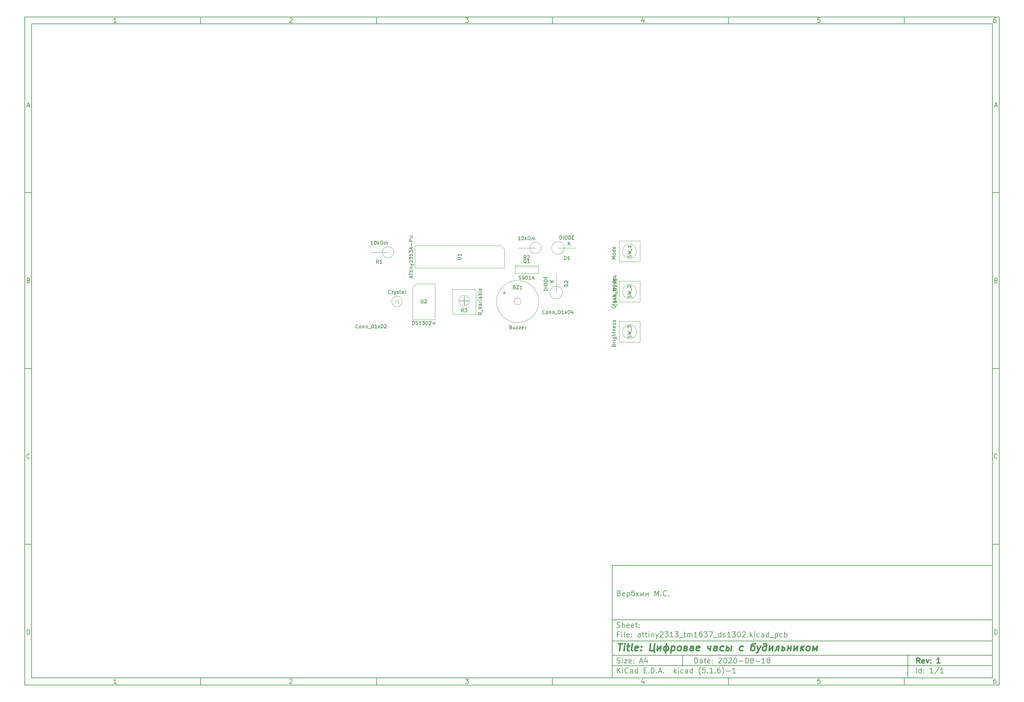
<source format=gbr>
%TF.GenerationSoftware,KiCad,Pcbnew,(5.1.6)-1*%
%TF.CreationDate,2020-08-18T15:16:58+05:00*%
%TF.ProjectId,attiny2313_tm1637_ds1302,61747469-6e79-4323-9331-335f746d3136,1*%
%TF.SameCoordinates,Original*%
%TF.FileFunction,Other,Fab,Top*%
%FSLAX46Y46*%
G04 Gerber Fmt 4.6, Leading zero omitted, Abs format (unit mm)*
G04 Created by KiCad (PCBNEW (5.1.6)-1) date 2020-08-18 15:16:58*
%MOMM*%
%LPD*%
G01*
G04 APERTURE LIST*
%ADD10C,0.100000*%
%ADD11C,0.150000*%
%ADD12C,0.300000*%
%ADD13C,0.400000*%
%ADD14C,0.120000*%
G04 APERTURE END LIST*
D10*
D11*
X177002200Y-166007200D02*
X177002200Y-198007200D01*
X285002200Y-198007200D01*
X285002200Y-166007200D01*
X177002200Y-166007200D01*
D10*
D11*
X10000000Y-10000000D02*
X10000000Y-200007200D01*
X287002200Y-200007200D01*
X287002200Y-10000000D01*
X10000000Y-10000000D01*
D10*
D11*
X12000000Y-12000000D02*
X12000000Y-198007200D01*
X285002200Y-198007200D01*
X285002200Y-12000000D01*
X12000000Y-12000000D01*
D10*
D11*
X60000000Y-12000000D02*
X60000000Y-10000000D01*
D10*
D11*
X110000000Y-12000000D02*
X110000000Y-10000000D01*
D10*
D11*
X160000000Y-12000000D02*
X160000000Y-10000000D01*
D10*
D11*
X210000000Y-12000000D02*
X210000000Y-10000000D01*
D10*
D11*
X260000000Y-12000000D02*
X260000000Y-10000000D01*
D10*
D11*
X36065476Y-11588095D02*
X35322619Y-11588095D01*
X35694047Y-11588095D02*
X35694047Y-10288095D01*
X35570238Y-10473809D01*
X35446428Y-10597619D01*
X35322619Y-10659523D01*
D10*
D11*
X85322619Y-10411904D02*
X85384523Y-10350000D01*
X85508333Y-10288095D01*
X85817857Y-10288095D01*
X85941666Y-10350000D01*
X86003571Y-10411904D01*
X86065476Y-10535714D01*
X86065476Y-10659523D01*
X86003571Y-10845238D01*
X85260714Y-11588095D01*
X86065476Y-11588095D01*
D10*
D11*
X135260714Y-10288095D02*
X136065476Y-10288095D01*
X135632142Y-10783333D01*
X135817857Y-10783333D01*
X135941666Y-10845238D01*
X136003571Y-10907142D01*
X136065476Y-11030952D01*
X136065476Y-11340476D01*
X136003571Y-11464285D01*
X135941666Y-11526190D01*
X135817857Y-11588095D01*
X135446428Y-11588095D01*
X135322619Y-11526190D01*
X135260714Y-11464285D01*
D10*
D11*
X185941666Y-10721428D02*
X185941666Y-11588095D01*
X185632142Y-10226190D02*
X185322619Y-11154761D01*
X186127380Y-11154761D01*
D10*
D11*
X236003571Y-10288095D02*
X235384523Y-10288095D01*
X235322619Y-10907142D01*
X235384523Y-10845238D01*
X235508333Y-10783333D01*
X235817857Y-10783333D01*
X235941666Y-10845238D01*
X236003571Y-10907142D01*
X236065476Y-11030952D01*
X236065476Y-11340476D01*
X236003571Y-11464285D01*
X235941666Y-11526190D01*
X235817857Y-11588095D01*
X235508333Y-11588095D01*
X235384523Y-11526190D01*
X235322619Y-11464285D01*
D10*
D11*
X285941666Y-10288095D02*
X285694047Y-10288095D01*
X285570238Y-10350000D01*
X285508333Y-10411904D01*
X285384523Y-10597619D01*
X285322619Y-10845238D01*
X285322619Y-11340476D01*
X285384523Y-11464285D01*
X285446428Y-11526190D01*
X285570238Y-11588095D01*
X285817857Y-11588095D01*
X285941666Y-11526190D01*
X286003571Y-11464285D01*
X286065476Y-11340476D01*
X286065476Y-11030952D01*
X286003571Y-10907142D01*
X285941666Y-10845238D01*
X285817857Y-10783333D01*
X285570238Y-10783333D01*
X285446428Y-10845238D01*
X285384523Y-10907142D01*
X285322619Y-11030952D01*
D10*
D11*
X60000000Y-198007200D02*
X60000000Y-200007200D01*
D10*
D11*
X110000000Y-198007200D02*
X110000000Y-200007200D01*
D10*
D11*
X160000000Y-198007200D02*
X160000000Y-200007200D01*
D10*
D11*
X210000000Y-198007200D02*
X210000000Y-200007200D01*
D10*
D11*
X260000000Y-198007200D02*
X260000000Y-200007200D01*
D10*
D11*
X36065476Y-199595295D02*
X35322619Y-199595295D01*
X35694047Y-199595295D02*
X35694047Y-198295295D01*
X35570238Y-198481009D01*
X35446428Y-198604819D01*
X35322619Y-198666723D01*
D10*
D11*
X85322619Y-198419104D02*
X85384523Y-198357200D01*
X85508333Y-198295295D01*
X85817857Y-198295295D01*
X85941666Y-198357200D01*
X86003571Y-198419104D01*
X86065476Y-198542914D01*
X86065476Y-198666723D01*
X86003571Y-198852438D01*
X85260714Y-199595295D01*
X86065476Y-199595295D01*
D10*
D11*
X135260714Y-198295295D02*
X136065476Y-198295295D01*
X135632142Y-198790533D01*
X135817857Y-198790533D01*
X135941666Y-198852438D01*
X136003571Y-198914342D01*
X136065476Y-199038152D01*
X136065476Y-199347676D01*
X136003571Y-199471485D01*
X135941666Y-199533390D01*
X135817857Y-199595295D01*
X135446428Y-199595295D01*
X135322619Y-199533390D01*
X135260714Y-199471485D01*
D10*
D11*
X185941666Y-198728628D02*
X185941666Y-199595295D01*
X185632142Y-198233390D02*
X185322619Y-199161961D01*
X186127380Y-199161961D01*
D10*
D11*
X236003571Y-198295295D02*
X235384523Y-198295295D01*
X235322619Y-198914342D01*
X235384523Y-198852438D01*
X235508333Y-198790533D01*
X235817857Y-198790533D01*
X235941666Y-198852438D01*
X236003571Y-198914342D01*
X236065476Y-199038152D01*
X236065476Y-199347676D01*
X236003571Y-199471485D01*
X235941666Y-199533390D01*
X235817857Y-199595295D01*
X235508333Y-199595295D01*
X235384523Y-199533390D01*
X235322619Y-199471485D01*
D10*
D11*
X285941666Y-198295295D02*
X285694047Y-198295295D01*
X285570238Y-198357200D01*
X285508333Y-198419104D01*
X285384523Y-198604819D01*
X285322619Y-198852438D01*
X285322619Y-199347676D01*
X285384523Y-199471485D01*
X285446428Y-199533390D01*
X285570238Y-199595295D01*
X285817857Y-199595295D01*
X285941666Y-199533390D01*
X286003571Y-199471485D01*
X286065476Y-199347676D01*
X286065476Y-199038152D01*
X286003571Y-198914342D01*
X285941666Y-198852438D01*
X285817857Y-198790533D01*
X285570238Y-198790533D01*
X285446428Y-198852438D01*
X285384523Y-198914342D01*
X285322619Y-199038152D01*
D10*
D11*
X10000000Y-60000000D02*
X12000000Y-60000000D01*
D10*
D11*
X10000000Y-110000000D02*
X12000000Y-110000000D01*
D10*
D11*
X10000000Y-160000000D02*
X12000000Y-160000000D01*
D10*
D11*
X10690476Y-35216666D02*
X11309523Y-35216666D01*
X10566666Y-35588095D02*
X11000000Y-34288095D01*
X11433333Y-35588095D01*
D10*
D11*
X11092857Y-84907142D02*
X11278571Y-84969047D01*
X11340476Y-85030952D01*
X11402380Y-85154761D01*
X11402380Y-85340476D01*
X11340476Y-85464285D01*
X11278571Y-85526190D01*
X11154761Y-85588095D01*
X10659523Y-85588095D01*
X10659523Y-84288095D01*
X11092857Y-84288095D01*
X11216666Y-84350000D01*
X11278571Y-84411904D01*
X11340476Y-84535714D01*
X11340476Y-84659523D01*
X11278571Y-84783333D01*
X11216666Y-84845238D01*
X11092857Y-84907142D01*
X10659523Y-84907142D01*
D10*
D11*
X11402380Y-135464285D02*
X11340476Y-135526190D01*
X11154761Y-135588095D01*
X11030952Y-135588095D01*
X10845238Y-135526190D01*
X10721428Y-135402380D01*
X10659523Y-135278571D01*
X10597619Y-135030952D01*
X10597619Y-134845238D01*
X10659523Y-134597619D01*
X10721428Y-134473809D01*
X10845238Y-134350000D01*
X11030952Y-134288095D01*
X11154761Y-134288095D01*
X11340476Y-134350000D01*
X11402380Y-134411904D01*
D10*
D11*
X10659523Y-185588095D02*
X10659523Y-184288095D01*
X10969047Y-184288095D01*
X11154761Y-184350000D01*
X11278571Y-184473809D01*
X11340476Y-184597619D01*
X11402380Y-184845238D01*
X11402380Y-185030952D01*
X11340476Y-185278571D01*
X11278571Y-185402380D01*
X11154761Y-185526190D01*
X10969047Y-185588095D01*
X10659523Y-185588095D01*
D10*
D11*
X287002200Y-60000000D02*
X285002200Y-60000000D01*
D10*
D11*
X287002200Y-110000000D02*
X285002200Y-110000000D01*
D10*
D11*
X287002200Y-160000000D02*
X285002200Y-160000000D01*
D10*
D11*
X285692676Y-35216666D02*
X286311723Y-35216666D01*
X285568866Y-35588095D02*
X286002200Y-34288095D01*
X286435533Y-35588095D01*
D10*
D11*
X286095057Y-84907142D02*
X286280771Y-84969047D01*
X286342676Y-85030952D01*
X286404580Y-85154761D01*
X286404580Y-85340476D01*
X286342676Y-85464285D01*
X286280771Y-85526190D01*
X286156961Y-85588095D01*
X285661723Y-85588095D01*
X285661723Y-84288095D01*
X286095057Y-84288095D01*
X286218866Y-84350000D01*
X286280771Y-84411904D01*
X286342676Y-84535714D01*
X286342676Y-84659523D01*
X286280771Y-84783333D01*
X286218866Y-84845238D01*
X286095057Y-84907142D01*
X285661723Y-84907142D01*
D10*
D11*
X286404580Y-135464285D02*
X286342676Y-135526190D01*
X286156961Y-135588095D01*
X286033152Y-135588095D01*
X285847438Y-135526190D01*
X285723628Y-135402380D01*
X285661723Y-135278571D01*
X285599819Y-135030952D01*
X285599819Y-134845238D01*
X285661723Y-134597619D01*
X285723628Y-134473809D01*
X285847438Y-134350000D01*
X286033152Y-134288095D01*
X286156961Y-134288095D01*
X286342676Y-134350000D01*
X286404580Y-134411904D01*
D10*
D11*
X285661723Y-185588095D02*
X285661723Y-184288095D01*
X285971247Y-184288095D01*
X286156961Y-184350000D01*
X286280771Y-184473809D01*
X286342676Y-184597619D01*
X286404580Y-184845238D01*
X286404580Y-185030952D01*
X286342676Y-185278571D01*
X286280771Y-185402380D01*
X286156961Y-185526190D01*
X285971247Y-185588095D01*
X285661723Y-185588095D01*
D10*
D11*
X200434342Y-193785771D02*
X200434342Y-192285771D01*
X200791485Y-192285771D01*
X201005771Y-192357200D01*
X201148628Y-192500057D01*
X201220057Y-192642914D01*
X201291485Y-192928628D01*
X201291485Y-193142914D01*
X201220057Y-193428628D01*
X201148628Y-193571485D01*
X201005771Y-193714342D01*
X200791485Y-193785771D01*
X200434342Y-193785771D01*
X202577200Y-193785771D02*
X202577200Y-193000057D01*
X202505771Y-192857200D01*
X202362914Y-192785771D01*
X202077200Y-192785771D01*
X201934342Y-192857200D01*
X202577200Y-193714342D02*
X202434342Y-193785771D01*
X202077200Y-193785771D01*
X201934342Y-193714342D01*
X201862914Y-193571485D01*
X201862914Y-193428628D01*
X201934342Y-193285771D01*
X202077200Y-193214342D01*
X202434342Y-193214342D01*
X202577200Y-193142914D01*
X203077200Y-192785771D02*
X203648628Y-192785771D01*
X203291485Y-192285771D02*
X203291485Y-193571485D01*
X203362914Y-193714342D01*
X203505771Y-193785771D01*
X203648628Y-193785771D01*
X204720057Y-193714342D02*
X204577200Y-193785771D01*
X204291485Y-193785771D01*
X204148628Y-193714342D01*
X204077200Y-193571485D01*
X204077200Y-193000057D01*
X204148628Y-192857200D01*
X204291485Y-192785771D01*
X204577200Y-192785771D01*
X204720057Y-192857200D01*
X204791485Y-193000057D01*
X204791485Y-193142914D01*
X204077200Y-193285771D01*
X205434342Y-193642914D02*
X205505771Y-193714342D01*
X205434342Y-193785771D01*
X205362914Y-193714342D01*
X205434342Y-193642914D01*
X205434342Y-193785771D01*
X205434342Y-192857200D02*
X205505771Y-192928628D01*
X205434342Y-193000057D01*
X205362914Y-192928628D01*
X205434342Y-192857200D01*
X205434342Y-193000057D01*
X207220057Y-192428628D02*
X207291485Y-192357200D01*
X207434342Y-192285771D01*
X207791485Y-192285771D01*
X207934342Y-192357200D01*
X208005771Y-192428628D01*
X208077200Y-192571485D01*
X208077200Y-192714342D01*
X208005771Y-192928628D01*
X207148628Y-193785771D01*
X208077200Y-193785771D01*
X209005771Y-192285771D02*
X209148628Y-192285771D01*
X209291485Y-192357200D01*
X209362914Y-192428628D01*
X209434342Y-192571485D01*
X209505771Y-192857200D01*
X209505771Y-193214342D01*
X209434342Y-193500057D01*
X209362914Y-193642914D01*
X209291485Y-193714342D01*
X209148628Y-193785771D01*
X209005771Y-193785771D01*
X208862914Y-193714342D01*
X208791485Y-193642914D01*
X208720057Y-193500057D01*
X208648628Y-193214342D01*
X208648628Y-192857200D01*
X208720057Y-192571485D01*
X208791485Y-192428628D01*
X208862914Y-192357200D01*
X209005771Y-192285771D01*
X210077200Y-192428628D02*
X210148628Y-192357200D01*
X210291485Y-192285771D01*
X210648628Y-192285771D01*
X210791485Y-192357200D01*
X210862914Y-192428628D01*
X210934342Y-192571485D01*
X210934342Y-192714342D01*
X210862914Y-192928628D01*
X210005771Y-193785771D01*
X210934342Y-193785771D01*
X211862914Y-192285771D02*
X212005771Y-192285771D01*
X212148628Y-192357200D01*
X212220057Y-192428628D01*
X212291485Y-192571485D01*
X212362914Y-192857200D01*
X212362914Y-193214342D01*
X212291485Y-193500057D01*
X212220057Y-193642914D01*
X212148628Y-193714342D01*
X212005771Y-193785771D01*
X211862914Y-193785771D01*
X211720057Y-193714342D01*
X211648628Y-193642914D01*
X211577200Y-193500057D01*
X211505771Y-193214342D01*
X211505771Y-192857200D01*
X211577200Y-192571485D01*
X211648628Y-192428628D01*
X211720057Y-192357200D01*
X211862914Y-192285771D01*
X213005771Y-193214342D02*
X214148628Y-193214342D01*
X215148628Y-192285771D02*
X215291485Y-192285771D01*
X215434342Y-192357200D01*
X215505771Y-192428628D01*
X215577200Y-192571485D01*
X215648628Y-192857200D01*
X215648628Y-193214342D01*
X215577200Y-193500057D01*
X215505771Y-193642914D01*
X215434342Y-193714342D01*
X215291485Y-193785771D01*
X215148628Y-193785771D01*
X215005771Y-193714342D01*
X214934342Y-193642914D01*
X214862914Y-193500057D01*
X214791485Y-193214342D01*
X214791485Y-192857200D01*
X214862914Y-192571485D01*
X214934342Y-192428628D01*
X215005771Y-192357200D01*
X215148628Y-192285771D01*
X216505771Y-192928628D02*
X216362914Y-192857200D01*
X216291485Y-192785771D01*
X216220057Y-192642914D01*
X216220057Y-192571485D01*
X216291485Y-192428628D01*
X216362914Y-192357200D01*
X216505771Y-192285771D01*
X216791485Y-192285771D01*
X216934342Y-192357200D01*
X217005771Y-192428628D01*
X217077200Y-192571485D01*
X217077200Y-192642914D01*
X217005771Y-192785771D01*
X216934342Y-192857200D01*
X216791485Y-192928628D01*
X216505771Y-192928628D01*
X216362914Y-193000057D01*
X216291485Y-193071485D01*
X216220057Y-193214342D01*
X216220057Y-193500057D01*
X216291485Y-193642914D01*
X216362914Y-193714342D01*
X216505771Y-193785771D01*
X216791485Y-193785771D01*
X216934342Y-193714342D01*
X217005771Y-193642914D01*
X217077200Y-193500057D01*
X217077200Y-193214342D01*
X217005771Y-193071485D01*
X216934342Y-193000057D01*
X216791485Y-192928628D01*
X217720057Y-193214342D02*
X218862914Y-193214342D01*
X220362914Y-193785771D02*
X219505771Y-193785771D01*
X219934342Y-193785771D02*
X219934342Y-192285771D01*
X219791485Y-192500057D01*
X219648628Y-192642914D01*
X219505771Y-192714342D01*
X221220057Y-192928628D02*
X221077200Y-192857200D01*
X221005771Y-192785771D01*
X220934342Y-192642914D01*
X220934342Y-192571485D01*
X221005771Y-192428628D01*
X221077200Y-192357200D01*
X221220057Y-192285771D01*
X221505771Y-192285771D01*
X221648628Y-192357200D01*
X221720057Y-192428628D01*
X221791485Y-192571485D01*
X221791485Y-192642914D01*
X221720057Y-192785771D01*
X221648628Y-192857200D01*
X221505771Y-192928628D01*
X221220057Y-192928628D01*
X221077200Y-193000057D01*
X221005771Y-193071485D01*
X220934342Y-193214342D01*
X220934342Y-193500057D01*
X221005771Y-193642914D01*
X221077200Y-193714342D01*
X221220057Y-193785771D01*
X221505771Y-193785771D01*
X221648628Y-193714342D01*
X221720057Y-193642914D01*
X221791485Y-193500057D01*
X221791485Y-193214342D01*
X221720057Y-193071485D01*
X221648628Y-193000057D01*
X221505771Y-192928628D01*
D10*
D11*
X177002200Y-194507200D02*
X285002200Y-194507200D01*
D10*
D11*
X178434342Y-196585771D02*
X178434342Y-195085771D01*
X179291485Y-196585771D02*
X178648628Y-195728628D01*
X179291485Y-195085771D02*
X178434342Y-195942914D01*
X179934342Y-196585771D02*
X179934342Y-195585771D01*
X179934342Y-195085771D02*
X179862914Y-195157200D01*
X179934342Y-195228628D01*
X180005771Y-195157200D01*
X179934342Y-195085771D01*
X179934342Y-195228628D01*
X181505771Y-196442914D02*
X181434342Y-196514342D01*
X181220057Y-196585771D01*
X181077200Y-196585771D01*
X180862914Y-196514342D01*
X180720057Y-196371485D01*
X180648628Y-196228628D01*
X180577200Y-195942914D01*
X180577200Y-195728628D01*
X180648628Y-195442914D01*
X180720057Y-195300057D01*
X180862914Y-195157200D01*
X181077200Y-195085771D01*
X181220057Y-195085771D01*
X181434342Y-195157200D01*
X181505771Y-195228628D01*
X182791485Y-196585771D02*
X182791485Y-195800057D01*
X182720057Y-195657200D01*
X182577200Y-195585771D01*
X182291485Y-195585771D01*
X182148628Y-195657200D01*
X182791485Y-196514342D02*
X182648628Y-196585771D01*
X182291485Y-196585771D01*
X182148628Y-196514342D01*
X182077200Y-196371485D01*
X182077200Y-196228628D01*
X182148628Y-196085771D01*
X182291485Y-196014342D01*
X182648628Y-196014342D01*
X182791485Y-195942914D01*
X184148628Y-196585771D02*
X184148628Y-195085771D01*
X184148628Y-196514342D02*
X184005771Y-196585771D01*
X183720057Y-196585771D01*
X183577200Y-196514342D01*
X183505771Y-196442914D01*
X183434342Y-196300057D01*
X183434342Y-195871485D01*
X183505771Y-195728628D01*
X183577200Y-195657200D01*
X183720057Y-195585771D01*
X184005771Y-195585771D01*
X184148628Y-195657200D01*
X186005771Y-195800057D02*
X186505771Y-195800057D01*
X186720057Y-196585771D02*
X186005771Y-196585771D01*
X186005771Y-195085771D01*
X186720057Y-195085771D01*
X187362914Y-196442914D02*
X187434342Y-196514342D01*
X187362914Y-196585771D01*
X187291485Y-196514342D01*
X187362914Y-196442914D01*
X187362914Y-196585771D01*
X188077200Y-196585771D02*
X188077200Y-195085771D01*
X188434342Y-195085771D01*
X188648628Y-195157200D01*
X188791485Y-195300057D01*
X188862914Y-195442914D01*
X188934342Y-195728628D01*
X188934342Y-195942914D01*
X188862914Y-196228628D01*
X188791485Y-196371485D01*
X188648628Y-196514342D01*
X188434342Y-196585771D01*
X188077200Y-196585771D01*
X189577200Y-196442914D02*
X189648628Y-196514342D01*
X189577200Y-196585771D01*
X189505771Y-196514342D01*
X189577200Y-196442914D01*
X189577200Y-196585771D01*
X190220057Y-196157200D02*
X190934342Y-196157200D01*
X190077200Y-196585771D02*
X190577200Y-195085771D01*
X191077200Y-196585771D01*
X191577200Y-196442914D02*
X191648628Y-196514342D01*
X191577200Y-196585771D01*
X191505771Y-196514342D01*
X191577200Y-196442914D01*
X191577200Y-196585771D01*
X194577200Y-196585771D02*
X194577200Y-195085771D01*
X194720057Y-196014342D02*
X195148628Y-196585771D01*
X195148628Y-195585771D02*
X194577200Y-196157200D01*
X195791485Y-196585771D02*
X195791485Y-195585771D01*
X195791485Y-195085771D02*
X195720057Y-195157200D01*
X195791485Y-195228628D01*
X195862914Y-195157200D01*
X195791485Y-195085771D01*
X195791485Y-195228628D01*
X197148628Y-196514342D02*
X197005771Y-196585771D01*
X196720057Y-196585771D01*
X196577200Y-196514342D01*
X196505771Y-196442914D01*
X196434342Y-196300057D01*
X196434342Y-195871485D01*
X196505771Y-195728628D01*
X196577200Y-195657200D01*
X196720057Y-195585771D01*
X197005771Y-195585771D01*
X197148628Y-195657200D01*
X198434342Y-196585771D02*
X198434342Y-195800057D01*
X198362914Y-195657200D01*
X198220057Y-195585771D01*
X197934342Y-195585771D01*
X197791485Y-195657200D01*
X198434342Y-196514342D02*
X198291485Y-196585771D01*
X197934342Y-196585771D01*
X197791485Y-196514342D01*
X197720057Y-196371485D01*
X197720057Y-196228628D01*
X197791485Y-196085771D01*
X197934342Y-196014342D01*
X198291485Y-196014342D01*
X198434342Y-195942914D01*
X199791485Y-196585771D02*
X199791485Y-195085771D01*
X199791485Y-196514342D02*
X199648628Y-196585771D01*
X199362914Y-196585771D01*
X199220057Y-196514342D01*
X199148628Y-196442914D01*
X199077200Y-196300057D01*
X199077200Y-195871485D01*
X199148628Y-195728628D01*
X199220057Y-195657200D01*
X199362914Y-195585771D01*
X199648628Y-195585771D01*
X199791485Y-195657200D01*
X202077200Y-197157200D02*
X202005771Y-197085771D01*
X201862914Y-196871485D01*
X201791485Y-196728628D01*
X201720057Y-196514342D01*
X201648628Y-196157200D01*
X201648628Y-195871485D01*
X201720057Y-195514342D01*
X201791485Y-195300057D01*
X201862914Y-195157200D01*
X202005771Y-194942914D01*
X202077200Y-194871485D01*
X203362914Y-195085771D02*
X202648628Y-195085771D01*
X202577200Y-195800057D01*
X202648628Y-195728628D01*
X202791485Y-195657200D01*
X203148628Y-195657200D01*
X203291485Y-195728628D01*
X203362914Y-195800057D01*
X203434342Y-195942914D01*
X203434342Y-196300057D01*
X203362914Y-196442914D01*
X203291485Y-196514342D01*
X203148628Y-196585771D01*
X202791485Y-196585771D01*
X202648628Y-196514342D01*
X202577200Y-196442914D01*
X204077200Y-196442914D02*
X204148628Y-196514342D01*
X204077200Y-196585771D01*
X204005771Y-196514342D01*
X204077200Y-196442914D01*
X204077200Y-196585771D01*
X205577200Y-196585771D02*
X204720057Y-196585771D01*
X205148628Y-196585771D02*
X205148628Y-195085771D01*
X205005771Y-195300057D01*
X204862914Y-195442914D01*
X204720057Y-195514342D01*
X206220057Y-196442914D02*
X206291485Y-196514342D01*
X206220057Y-196585771D01*
X206148628Y-196514342D01*
X206220057Y-196442914D01*
X206220057Y-196585771D01*
X207577200Y-195085771D02*
X207291485Y-195085771D01*
X207148628Y-195157200D01*
X207077200Y-195228628D01*
X206934342Y-195442914D01*
X206862914Y-195728628D01*
X206862914Y-196300057D01*
X206934342Y-196442914D01*
X207005771Y-196514342D01*
X207148628Y-196585771D01*
X207434342Y-196585771D01*
X207577200Y-196514342D01*
X207648628Y-196442914D01*
X207720057Y-196300057D01*
X207720057Y-195942914D01*
X207648628Y-195800057D01*
X207577200Y-195728628D01*
X207434342Y-195657200D01*
X207148628Y-195657200D01*
X207005771Y-195728628D01*
X206934342Y-195800057D01*
X206862914Y-195942914D01*
X208220057Y-197157200D02*
X208291485Y-197085771D01*
X208434342Y-196871485D01*
X208505771Y-196728628D01*
X208577200Y-196514342D01*
X208648628Y-196157200D01*
X208648628Y-195871485D01*
X208577200Y-195514342D01*
X208505771Y-195300057D01*
X208434342Y-195157200D01*
X208291485Y-194942914D01*
X208220057Y-194871485D01*
X209362914Y-196014342D02*
X210505771Y-196014342D01*
X212005771Y-196585771D02*
X211148628Y-196585771D01*
X211577200Y-196585771D02*
X211577200Y-195085771D01*
X211434342Y-195300057D01*
X211291485Y-195442914D01*
X211148628Y-195514342D01*
D10*
D11*
X177002200Y-191507200D02*
X285002200Y-191507200D01*
D10*
D12*
X264411485Y-193785771D02*
X263911485Y-193071485D01*
X263554342Y-193785771D02*
X263554342Y-192285771D01*
X264125771Y-192285771D01*
X264268628Y-192357200D01*
X264340057Y-192428628D01*
X264411485Y-192571485D01*
X264411485Y-192785771D01*
X264340057Y-192928628D01*
X264268628Y-193000057D01*
X264125771Y-193071485D01*
X263554342Y-193071485D01*
X265625771Y-193714342D02*
X265482914Y-193785771D01*
X265197200Y-193785771D01*
X265054342Y-193714342D01*
X264982914Y-193571485D01*
X264982914Y-193000057D01*
X265054342Y-192857200D01*
X265197200Y-192785771D01*
X265482914Y-192785771D01*
X265625771Y-192857200D01*
X265697200Y-193000057D01*
X265697200Y-193142914D01*
X264982914Y-193285771D01*
X266197200Y-192785771D02*
X266554342Y-193785771D01*
X266911485Y-192785771D01*
X267482914Y-193642914D02*
X267554342Y-193714342D01*
X267482914Y-193785771D01*
X267411485Y-193714342D01*
X267482914Y-193642914D01*
X267482914Y-193785771D01*
X267482914Y-192857200D02*
X267554342Y-192928628D01*
X267482914Y-193000057D01*
X267411485Y-192928628D01*
X267482914Y-192857200D01*
X267482914Y-193000057D01*
X270125771Y-193785771D02*
X269268628Y-193785771D01*
X269697200Y-193785771D02*
X269697200Y-192285771D01*
X269554342Y-192500057D01*
X269411485Y-192642914D01*
X269268628Y-192714342D01*
D10*
D11*
X178362914Y-193714342D02*
X178577200Y-193785771D01*
X178934342Y-193785771D01*
X179077200Y-193714342D01*
X179148628Y-193642914D01*
X179220057Y-193500057D01*
X179220057Y-193357200D01*
X179148628Y-193214342D01*
X179077200Y-193142914D01*
X178934342Y-193071485D01*
X178648628Y-193000057D01*
X178505771Y-192928628D01*
X178434342Y-192857200D01*
X178362914Y-192714342D01*
X178362914Y-192571485D01*
X178434342Y-192428628D01*
X178505771Y-192357200D01*
X178648628Y-192285771D01*
X179005771Y-192285771D01*
X179220057Y-192357200D01*
X179862914Y-193785771D02*
X179862914Y-192785771D01*
X179862914Y-192285771D02*
X179791485Y-192357200D01*
X179862914Y-192428628D01*
X179934342Y-192357200D01*
X179862914Y-192285771D01*
X179862914Y-192428628D01*
X180434342Y-192785771D02*
X181220057Y-192785771D01*
X180434342Y-193785771D01*
X181220057Y-193785771D01*
X182362914Y-193714342D02*
X182220057Y-193785771D01*
X181934342Y-193785771D01*
X181791485Y-193714342D01*
X181720057Y-193571485D01*
X181720057Y-193000057D01*
X181791485Y-192857200D01*
X181934342Y-192785771D01*
X182220057Y-192785771D01*
X182362914Y-192857200D01*
X182434342Y-193000057D01*
X182434342Y-193142914D01*
X181720057Y-193285771D01*
X183077200Y-193642914D02*
X183148628Y-193714342D01*
X183077200Y-193785771D01*
X183005771Y-193714342D01*
X183077200Y-193642914D01*
X183077200Y-193785771D01*
X183077200Y-192857200D02*
X183148628Y-192928628D01*
X183077200Y-193000057D01*
X183005771Y-192928628D01*
X183077200Y-192857200D01*
X183077200Y-193000057D01*
X184862914Y-193357200D02*
X185577200Y-193357200D01*
X184720057Y-193785771D02*
X185220057Y-192285771D01*
X185720057Y-193785771D01*
X186862914Y-192785771D02*
X186862914Y-193785771D01*
X186505771Y-192214342D02*
X186148628Y-193285771D01*
X187077200Y-193285771D01*
D10*
D11*
X263434342Y-196585771D02*
X263434342Y-195085771D01*
X264791485Y-196585771D02*
X264791485Y-195085771D01*
X264791485Y-196514342D02*
X264648628Y-196585771D01*
X264362914Y-196585771D01*
X264220057Y-196514342D01*
X264148628Y-196442914D01*
X264077200Y-196300057D01*
X264077200Y-195871485D01*
X264148628Y-195728628D01*
X264220057Y-195657200D01*
X264362914Y-195585771D01*
X264648628Y-195585771D01*
X264791485Y-195657200D01*
X265505771Y-196442914D02*
X265577200Y-196514342D01*
X265505771Y-196585771D01*
X265434342Y-196514342D01*
X265505771Y-196442914D01*
X265505771Y-196585771D01*
X265505771Y-195657200D02*
X265577200Y-195728628D01*
X265505771Y-195800057D01*
X265434342Y-195728628D01*
X265505771Y-195657200D01*
X265505771Y-195800057D01*
X268148628Y-196585771D02*
X267291485Y-196585771D01*
X267720057Y-196585771D02*
X267720057Y-195085771D01*
X267577200Y-195300057D01*
X267434342Y-195442914D01*
X267291485Y-195514342D01*
X269862914Y-195014342D02*
X268577200Y-196942914D01*
X271148628Y-196585771D02*
X270291485Y-196585771D01*
X270720057Y-196585771D02*
X270720057Y-195085771D01*
X270577200Y-195300057D01*
X270434342Y-195442914D01*
X270291485Y-195514342D01*
D10*
D11*
X177002200Y-187507200D02*
X285002200Y-187507200D01*
D10*
D13*
X178714580Y-188211961D02*
X179857438Y-188211961D01*
X179036009Y-190211961D02*
X179286009Y-188211961D01*
X180274104Y-190211961D02*
X180440771Y-188878628D01*
X180524104Y-188211961D02*
X180416961Y-188307200D01*
X180500295Y-188402438D01*
X180607438Y-188307200D01*
X180524104Y-188211961D01*
X180500295Y-188402438D01*
X181107438Y-188878628D02*
X181869342Y-188878628D01*
X181476485Y-188211961D02*
X181262200Y-189926247D01*
X181333628Y-190116723D01*
X181512200Y-190211961D01*
X181702676Y-190211961D01*
X182655057Y-190211961D02*
X182476485Y-190116723D01*
X182405057Y-189926247D01*
X182619342Y-188211961D01*
X184190771Y-190116723D02*
X183988390Y-190211961D01*
X183607438Y-190211961D01*
X183428866Y-190116723D01*
X183357438Y-189926247D01*
X183452676Y-189164342D01*
X183571723Y-188973866D01*
X183774104Y-188878628D01*
X184155057Y-188878628D01*
X184333628Y-188973866D01*
X184405057Y-189164342D01*
X184381247Y-189354819D01*
X183405057Y-189545295D01*
X185155057Y-190021485D02*
X185238390Y-190116723D01*
X185131247Y-190211961D01*
X185047914Y-190116723D01*
X185155057Y-190021485D01*
X185131247Y-190211961D01*
X185286009Y-188973866D02*
X185369342Y-189069104D01*
X185262200Y-189164342D01*
X185178866Y-189069104D01*
X185286009Y-188973866D01*
X185262200Y-189164342D01*
X189000295Y-188211961D02*
X188750295Y-190211961D01*
X187857438Y-188211961D02*
X187607438Y-190211961D01*
X188940771Y-190211961D01*
X188881247Y-190688152D01*
X189869342Y-188878628D02*
X189702676Y-190211961D01*
X190821723Y-188878628D01*
X190655057Y-190211961D01*
X192428866Y-188211961D02*
X192095533Y-190878628D01*
X192155057Y-188878628D02*
X192536009Y-188878628D01*
X192714580Y-188973866D01*
X192881247Y-189164342D01*
X192952676Y-189354819D01*
X192905057Y-189735771D01*
X192786009Y-189926247D01*
X192571723Y-190116723D01*
X192369342Y-190211961D01*
X191988390Y-190211961D01*
X191809819Y-190116723D01*
X191643152Y-189926247D01*
X191571723Y-189735771D01*
X191619342Y-189354819D01*
X191738390Y-189164342D01*
X191952676Y-188973866D01*
X192155057Y-188878628D01*
X193869342Y-188878628D02*
X193619342Y-190878628D01*
X193857438Y-188973866D02*
X194059819Y-188878628D01*
X194440771Y-188878628D01*
X194619342Y-188973866D01*
X194702676Y-189069104D01*
X194774104Y-189259580D01*
X194702676Y-189831009D01*
X194583628Y-190021485D01*
X194476485Y-190116723D01*
X194274104Y-190211961D01*
X193893152Y-190211961D01*
X193714580Y-190116723D01*
X195797914Y-190211961D02*
X195619342Y-190116723D01*
X195536009Y-190021485D01*
X195464580Y-189831009D01*
X195536009Y-189259580D01*
X195655057Y-189069104D01*
X195762200Y-188973866D01*
X195964580Y-188878628D01*
X196250295Y-188878628D01*
X196428866Y-188973866D01*
X196512200Y-189069104D01*
X196583628Y-189259580D01*
X196512200Y-189831009D01*
X196393152Y-190021485D01*
X196286009Y-190116723D01*
X196083628Y-190211961D01*
X195797914Y-190211961D01*
X197881247Y-189545295D02*
X198155057Y-189640533D01*
X198226485Y-189831009D01*
X198214580Y-189926247D01*
X198095533Y-190116723D01*
X197893152Y-190211961D01*
X197321723Y-190211961D01*
X197488390Y-188878628D01*
X197964580Y-188878628D01*
X198143152Y-188973866D01*
X198214580Y-189164342D01*
X198202676Y-189259580D01*
X198083628Y-189450057D01*
X197881247Y-189545295D01*
X197405057Y-189545295D01*
X199893152Y-190211961D02*
X200024104Y-189164342D01*
X199952676Y-188973866D01*
X199774104Y-188878628D01*
X199393152Y-188878628D01*
X199190771Y-188973866D01*
X199905057Y-190116723D02*
X199702676Y-190211961D01*
X199226485Y-190211961D01*
X199047914Y-190116723D01*
X198976485Y-189926247D01*
X199000295Y-189735771D01*
X199119342Y-189545295D01*
X199321723Y-189450057D01*
X199797914Y-189450057D01*
X200000295Y-189354819D01*
X201619342Y-190116723D02*
X201416961Y-190211961D01*
X201036009Y-190211961D01*
X200857438Y-190116723D01*
X200786009Y-189926247D01*
X200881247Y-189164342D01*
X201000295Y-188973866D01*
X201202676Y-188878628D01*
X201583628Y-188878628D01*
X201762200Y-188973866D01*
X201833628Y-189164342D01*
X201809819Y-189354819D01*
X200833628Y-189545295D01*
X204916961Y-188878628D02*
X204750295Y-190211961D01*
X204155057Y-188878628D02*
X204095533Y-189354819D01*
X204166961Y-189545295D01*
X204345533Y-189640533D01*
X204821723Y-189640533D01*
X206655057Y-190211961D02*
X206786009Y-189164342D01*
X206714580Y-188973866D01*
X206536009Y-188878628D01*
X206155057Y-188878628D01*
X205952676Y-188973866D01*
X206666961Y-190116723D02*
X206464580Y-190211961D01*
X205988390Y-190211961D01*
X205809819Y-190116723D01*
X205738390Y-189926247D01*
X205762200Y-189735771D01*
X205881247Y-189545295D01*
X206083628Y-189450057D01*
X206559819Y-189450057D01*
X206762200Y-189354819D01*
X208476485Y-190116723D02*
X208274104Y-190211961D01*
X207893152Y-190211961D01*
X207714580Y-190116723D01*
X207631247Y-190021485D01*
X207559819Y-189831009D01*
X207631247Y-189259580D01*
X207750295Y-189069104D01*
X207857438Y-188973866D01*
X208059819Y-188878628D01*
X208440771Y-188878628D01*
X208619342Y-188973866D01*
X210821723Y-188878628D02*
X210655057Y-190211961D01*
X209488390Y-188878628D02*
X209321723Y-190211961D01*
X209797914Y-190211961D01*
X210000295Y-190116723D01*
X210119342Y-189926247D01*
X210155057Y-189640533D01*
X210083628Y-189450057D01*
X209905057Y-189354819D01*
X209428866Y-189354819D01*
X214000295Y-190116723D02*
X213797914Y-190211961D01*
X213416961Y-190211961D01*
X213238390Y-190116723D01*
X213155057Y-190021485D01*
X213083628Y-189831009D01*
X213155057Y-189259580D01*
X213274104Y-189069104D01*
X213381247Y-188973866D01*
X213583628Y-188878628D01*
X213964580Y-188878628D01*
X214143152Y-188973866D01*
X217583628Y-188116723D02*
X217476485Y-188211961D01*
X217274104Y-188307200D01*
X216893152Y-188307200D01*
X216690771Y-188402438D01*
X216583628Y-188497676D01*
X216464580Y-188688152D01*
X216321723Y-189831009D01*
X216393152Y-190021485D01*
X216476485Y-190116723D01*
X216655057Y-190211961D01*
X216940771Y-190211961D01*
X217143152Y-190116723D01*
X217250295Y-190021485D01*
X217369342Y-189831009D01*
X217440771Y-189259580D01*
X217369342Y-189069104D01*
X217286009Y-188973866D01*
X217107438Y-188878628D01*
X216726485Y-188878628D01*
X216524104Y-188973866D01*
X216416961Y-189069104D01*
X218155057Y-188878628D02*
X218464580Y-190211961D01*
X219107438Y-188878628D02*
X218464580Y-190211961D01*
X218214580Y-190688152D01*
X218107438Y-190783390D01*
X217905057Y-190878628D01*
X220797914Y-189069104D02*
X220714580Y-188973866D01*
X220536009Y-188878628D01*
X220155057Y-188878628D01*
X219952676Y-188973866D01*
X219845533Y-189069104D01*
X219726485Y-189259580D01*
X219655057Y-189831009D01*
X219726485Y-190021485D01*
X219809819Y-190116723D01*
X219988390Y-190211961D01*
X220274104Y-190211961D01*
X220476485Y-190116723D01*
X220583628Y-190021485D01*
X220702676Y-189831009D01*
X220857438Y-188592914D01*
X220786009Y-188402438D01*
X220702676Y-188307200D01*
X220524104Y-188211961D01*
X220143152Y-188211961D01*
X219940771Y-188307200D01*
X221678866Y-188878628D02*
X221512200Y-190211961D01*
X222631247Y-188878628D01*
X222464580Y-190211961D01*
X224178866Y-190211961D02*
X224345533Y-188878628D01*
X224059819Y-188878628D01*
X223857438Y-188973866D01*
X223738390Y-189164342D01*
X223547914Y-189926247D01*
X223428866Y-190116723D01*
X223226485Y-190211961D01*
X225297914Y-188878628D02*
X225131247Y-190211961D01*
X225607438Y-190211961D01*
X225809819Y-190116723D01*
X225928866Y-189926247D01*
X225964580Y-189640533D01*
X225893152Y-189450057D01*
X225714580Y-189354819D01*
X225238390Y-189354819D01*
X226833628Y-189545295D02*
X227690771Y-189545295D01*
X226916961Y-188878628D02*
X226750295Y-190211961D01*
X227774104Y-188878628D02*
X227607438Y-190211961D01*
X228726485Y-188878628D02*
X228559819Y-190211961D01*
X229678866Y-188878628D01*
X229512199Y-190211961D01*
X230631247Y-188878628D02*
X230464580Y-190211961D01*
X230750295Y-189450057D02*
X231226485Y-190211961D01*
X231393152Y-188878628D02*
X230536009Y-189640533D01*
X232369342Y-190211961D02*
X232190771Y-190116723D01*
X232107438Y-190021485D01*
X232036009Y-189831009D01*
X232107438Y-189259580D01*
X232226485Y-189069104D01*
X232333628Y-188973866D01*
X232536009Y-188878628D01*
X232821723Y-188878628D01*
X233000295Y-188973866D01*
X233083628Y-189069104D01*
X233155057Y-189259580D01*
X233083628Y-189831009D01*
X232964580Y-190021485D01*
X232857438Y-190116723D01*
X232655057Y-190211961D01*
X232369342Y-190211961D01*
X233893152Y-190211961D02*
X234059819Y-188878628D01*
X234500295Y-189926247D01*
X235202676Y-188878628D01*
X235036009Y-190211961D01*
D10*
D11*
X178934342Y-185600057D02*
X178434342Y-185600057D01*
X178434342Y-186385771D02*
X178434342Y-184885771D01*
X179148628Y-184885771D01*
X179720057Y-186385771D02*
X179720057Y-185385771D01*
X179720057Y-184885771D02*
X179648628Y-184957200D01*
X179720057Y-185028628D01*
X179791485Y-184957200D01*
X179720057Y-184885771D01*
X179720057Y-185028628D01*
X180648628Y-186385771D02*
X180505771Y-186314342D01*
X180434342Y-186171485D01*
X180434342Y-184885771D01*
X181791485Y-186314342D02*
X181648628Y-186385771D01*
X181362914Y-186385771D01*
X181220057Y-186314342D01*
X181148628Y-186171485D01*
X181148628Y-185600057D01*
X181220057Y-185457200D01*
X181362914Y-185385771D01*
X181648628Y-185385771D01*
X181791485Y-185457200D01*
X181862914Y-185600057D01*
X181862914Y-185742914D01*
X181148628Y-185885771D01*
X182505771Y-186242914D02*
X182577200Y-186314342D01*
X182505771Y-186385771D01*
X182434342Y-186314342D01*
X182505771Y-186242914D01*
X182505771Y-186385771D01*
X182505771Y-185457200D02*
X182577200Y-185528628D01*
X182505771Y-185600057D01*
X182434342Y-185528628D01*
X182505771Y-185457200D01*
X182505771Y-185600057D01*
X185005771Y-186385771D02*
X185005771Y-185600057D01*
X184934342Y-185457200D01*
X184791485Y-185385771D01*
X184505771Y-185385771D01*
X184362914Y-185457200D01*
X185005771Y-186314342D02*
X184862914Y-186385771D01*
X184505771Y-186385771D01*
X184362914Y-186314342D01*
X184291485Y-186171485D01*
X184291485Y-186028628D01*
X184362914Y-185885771D01*
X184505771Y-185814342D01*
X184862914Y-185814342D01*
X185005771Y-185742914D01*
X185505771Y-185385771D02*
X186077200Y-185385771D01*
X185720057Y-184885771D02*
X185720057Y-186171485D01*
X185791485Y-186314342D01*
X185934342Y-186385771D01*
X186077200Y-186385771D01*
X186362914Y-185385771D02*
X186934342Y-185385771D01*
X186577200Y-184885771D02*
X186577200Y-186171485D01*
X186648628Y-186314342D01*
X186791485Y-186385771D01*
X186934342Y-186385771D01*
X187434342Y-186385771D02*
X187434342Y-185385771D01*
X187434342Y-184885771D02*
X187362914Y-184957200D01*
X187434342Y-185028628D01*
X187505771Y-184957200D01*
X187434342Y-184885771D01*
X187434342Y-185028628D01*
X188148628Y-185385771D02*
X188148628Y-186385771D01*
X188148628Y-185528628D02*
X188220057Y-185457200D01*
X188362914Y-185385771D01*
X188577200Y-185385771D01*
X188720057Y-185457200D01*
X188791485Y-185600057D01*
X188791485Y-186385771D01*
X189362914Y-185385771D02*
X189720057Y-186385771D01*
X190077200Y-185385771D02*
X189720057Y-186385771D01*
X189577200Y-186742914D01*
X189505771Y-186814342D01*
X189362914Y-186885771D01*
X190577200Y-185028628D02*
X190648628Y-184957200D01*
X190791485Y-184885771D01*
X191148628Y-184885771D01*
X191291485Y-184957200D01*
X191362914Y-185028628D01*
X191434342Y-185171485D01*
X191434342Y-185314342D01*
X191362914Y-185528628D01*
X190505771Y-186385771D01*
X191434342Y-186385771D01*
X191934342Y-184885771D02*
X192862914Y-184885771D01*
X192362914Y-185457200D01*
X192577200Y-185457200D01*
X192720057Y-185528628D01*
X192791485Y-185600057D01*
X192862914Y-185742914D01*
X192862914Y-186100057D01*
X192791485Y-186242914D01*
X192720057Y-186314342D01*
X192577200Y-186385771D01*
X192148628Y-186385771D01*
X192005771Y-186314342D01*
X191934342Y-186242914D01*
X194291485Y-186385771D02*
X193434342Y-186385771D01*
X193862914Y-186385771D02*
X193862914Y-184885771D01*
X193720057Y-185100057D01*
X193577200Y-185242914D01*
X193434342Y-185314342D01*
X194791485Y-184885771D02*
X195720057Y-184885771D01*
X195220057Y-185457200D01*
X195434342Y-185457200D01*
X195577200Y-185528628D01*
X195648628Y-185600057D01*
X195720057Y-185742914D01*
X195720057Y-186100057D01*
X195648628Y-186242914D01*
X195577200Y-186314342D01*
X195434342Y-186385771D01*
X195005771Y-186385771D01*
X194862914Y-186314342D01*
X194791485Y-186242914D01*
X196005771Y-186528628D02*
X197148628Y-186528628D01*
X197291485Y-185385771D02*
X197862914Y-185385771D01*
X197505771Y-184885771D02*
X197505771Y-186171485D01*
X197577200Y-186314342D01*
X197720057Y-186385771D01*
X197862914Y-186385771D01*
X198362914Y-186385771D02*
X198362914Y-185385771D01*
X198362914Y-185528628D02*
X198434342Y-185457200D01*
X198577200Y-185385771D01*
X198791485Y-185385771D01*
X198934342Y-185457200D01*
X199005771Y-185600057D01*
X199005771Y-186385771D01*
X199005771Y-185600057D02*
X199077200Y-185457200D01*
X199220057Y-185385771D01*
X199434342Y-185385771D01*
X199577200Y-185457200D01*
X199648628Y-185600057D01*
X199648628Y-186385771D01*
X201148628Y-186385771D02*
X200291485Y-186385771D01*
X200720057Y-186385771D02*
X200720057Y-184885771D01*
X200577200Y-185100057D01*
X200434342Y-185242914D01*
X200291485Y-185314342D01*
X202434342Y-184885771D02*
X202148628Y-184885771D01*
X202005771Y-184957200D01*
X201934342Y-185028628D01*
X201791485Y-185242914D01*
X201720057Y-185528628D01*
X201720057Y-186100057D01*
X201791485Y-186242914D01*
X201862914Y-186314342D01*
X202005771Y-186385771D01*
X202291485Y-186385771D01*
X202434342Y-186314342D01*
X202505771Y-186242914D01*
X202577200Y-186100057D01*
X202577200Y-185742914D01*
X202505771Y-185600057D01*
X202434342Y-185528628D01*
X202291485Y-185457200D01*
X202005771Y-185457200D01*
X201862914Y-185528628D01*
X201791485Y-185600057D01*
X201720057Y-185742914D01*
X203077200Y-184885771D02*
X204005771Y-184885771D01*
X203505771Y-185457200D01*
X203720057Y-185457200D01*
X203862914Y-185528628D01*
X203934342Y-185600057D01*
X204005771Y-185742914D01*
X204005771Y-186100057D01*
X203934342Y-186242914D01*
X203862914Y-186314342D01*
X203720057Y-186385771D01*
X203291485Y-186385771D01*
X203148628Y-186314342D01*
X203077200Y-186242914D01*
X204505771Y-184885771D02*
X205505771Y-184885771D01*
X204862914Y-186385771D01*
X205720057Y-186528628D02*
X206862914Y-186528628D01*
X207862914Y-186385771D02*
X207862914Y-184885771D01*
X207862914Y-186314342D02*
X207720057Y-186385771D01*
X207434342Y-186385771D01*
X207291485Y-186314342D01*
X207220057Y-186242914D01*
X207148628Y-186100057D01*
X207148628Y-185671485D01*
X207220057Y-185528628D01*
X207291485Y-185457200D01*
X207434342Y-185385771D01*
X207720057Y-185385771D01*
X207862914Y-185457200D01*
X208505771Y-186314342D02*
X208648628Y-186385771D01*
X208934342Y-186385771D01*
X209077200Y-186314342D01*
X209148628Y-186171485D01*
X209148628Y-186100057D01*
X209077200Y-185957200D01*
X208934342Y-185885771D01*
X208720057Y-185885771D01*
X208577200Y-185814342D01*
X208505771Y-185671485D01*
X208505771Y-185600057D01*
X208577200Y-185457200D01*
X208720057Y-185385771D01*
X208934342Y-185385771D01*
X209077200Y-185457200D01*
X210577200Y-186385771D02*
X209720057Y-186385771D01*
X210148628Y-186385771D02*
X210148628Y-184885771D01*
X210005771Y-185100057D01*
X209862914Y-185242914D01*
X209720057Y-185314342D01*
X211077200Y-184885771D02*
X212005771Y-184885771D01*
X211505771Y-185457200D01*
X211720057Y-185457200D01*
X211862914Y-185528628D01*
X211934342Y-185600057D01*
X212005771Y-185742914D01*
X212005771Y-186100057D01*
X211934342Y-186242914D01*
X211862914Y-186314342D01*
X211720057Y-186385771D01*
X211291485Y-186385771D01*
X211148628Y-186314342D01*
X211077200Y-186242914D01*
X212934342Y-184885771D02*
X213077200Y-184885771D01*
X213220057Y-184957200D01*
X213291485Y-185028628D01*
X213362914Y-185171485D01*
X213434342Y-185457200D01*
X213434342Y-185814342D01*
X213362914Y-186100057D01*
X213291485Y-186242914D01*
X213220057Y-186314342D01*
X213077200Y-186385771D01*
X212934342Y-186385771D01*
X212791485Y-186314342D01*
X212720057Y-186242914D01*
X212648628Y-186100057D01*
X212577200Y-185814342D01*
X212577200Y-185457200D01*
X212648628Y-185171485D01*
X212720057Y-185028628D01*
X212791485Y-184957200D01*
X212934342Y-184885771D01*
X214005771Y-185028628D02*
X214077200Y-184957200D01*
X214220057Y-184885771D01*
X214577200Y-184885771D01*
X214720057Y-184957200D01*
X214791485Y-185028628D01*
X214862914Y-185171485D01*
X214862914Y-185314342D01*
X214791485Y-185528628D01*
X213934342Y-186385771D01*
X214862914Y-186385771D01*
X215505771Y-186242914D02*
X215577200Y-186314342D01*
X215505771Y-186385771D01*
X215434342Y-186314342D01*
X215505771Y-186242914D01*
X215505771Y-186385771D01*
X216220057Y-186385771D02*
X216220057Y-184885771D01*
X216362914Y-185814342D02*
X216791485Y-186385771D01*
X216791485Y-185385771D02*
X216220057Y-185957200D01*
X217434342Y-186385771D02*
X217434342Y-185385771D01*
X217434342Y-184885771D02*
X217362914Y-184957200D01*
X217434342Y-185028628D01*
X217505771Y-184957200D01*
X217434342Y-184885771D01*
X217434342Y-185028628D01*
X218791485Y-186314342D02*
X218648628Y-186385771D01*
X218362914Y-186385771D01*
X218220057Y-186314342D01*
X218148628Y-186242914D01*
X218077200Y-186100057D01*
X218077200Y-185671485D01*
X218148628Y-185528628D01*
X218220057Y-185457200D01*
X218362914Y-185385771D01*
X218648628Y-185385771D01*
X218791485Y-185457200D01*
X220077200Y-186385771D02*
X220077200Y-185600057D01*
X220005771Y-185457200D01*
X219862914Y-185385771D01*
X219577200Y-185385771D01*
X219434342Y-185457200D01*
X220077200Y-186314342D02*
X219934342Y-186385771D01*
X219577200Y-186385771D01*
X219434342Y-186314342D01*
X219362914Y-186171485D01*
X219362914Y-186028628D01*
X219434342Y-185885771D01*
X219577200Y-185814342D01*
X219934342Y-185814342D01*
X220077200Y-185742914D01*
X221434342Y-186385771D02*
X221434342Y-184885771D01*
X221434342Y-186314342D02*
X221291485Y-186385771D01*
X221005771Y-186385771D01*
X220862914Y-186314342D01*
X220791485Y-186242914D01*
X220720057Y-186100057D01*
X220720057Y-185671485D01*
X220791485Y-185528628D01*
X220862914Y-185457200D01*
X221005771Y-185385771D01*
X221291485Y-185385771D01*
X221434342Y-185457200D01*
X221791485Y-186528628D02*
X222934342Y-186528628D01*
X223291485Y-185385771D02*
X223291485Y-186885771D01*
X223291485Y-185457200D02*
X223434342Y-185385771D01*
X223720057Y-185385771D01*
X223862914Y-185457200D01*
X223934342Y-185528628D01*
X224005771Y-185671485D01*
X224005771Y-186100057D01*
X223934342Y-186242914D01*
X223862914Y-186314342D01*
X223720057Y-186385771D01*
X223434342Y-186385771D01*
X223291485Y-186314342D01*
X225291485Y-186314342D02*
X225148628Y-186385771D01*
X224862914Y-186385771D01*
X224720057Y-186314342D01*
X224648628Y-186242914D01*
X224577200Y-186100057D01*
X224577200Y-185671485D01*
X224648628Y-185528628D01*
X224720057Y-185457200D01*
X224862914Y-185385771D01*
X225148628Y-185385771D01*
X225291485Y-185457200D01*
X225934342Y-186385771D02*
X225934342Y-184885771D01*
X225934342Y-185457200D02*
X226077200Y-185385771D01*
X226362914Y-185385771D01*
X226505771Y-185457200D01*
X226577200Y-185528628D01*
X226648628Y-185671485D01*
X226648628Y-186100057D01*
X226577200Y-186242914D01*
X226505771Y-186314342D01*
X226362914Y-186385771D01*
X226077200Y-186385771D01*
X225934342Y-186314342D01*
D10*
D11*
X177002200Y-181507200D02*
X285002200Y-181507200D01*
D10*
D11*
X178362914Y-183614342D02*
X178577200Y-183685771D01*
X178934342Y-183685771D01*
X179077200Y-183614342D01*
X179148628Y-183542914D01*
X179220057Y-183400057D01*
X179220057Y-183257200D01*
X179148628Y-183114342D01*
X179077200Y-183042914D01*
X178934342Y-182971485D01*
X178648628Y-182900057D01*
X178505771Y-182828628D01*
X178434342Y-182757200D01*
X178362914Y-182614342D01*
X178362914Y-182471485D01*
X178434342Y-182328628D01*
X178505771Y-182257200D01*
X178648628Y-182185771D01*
X179005771Y-182185771D01*
X179220057Y-182257200D01*
X179862914Y-183685771D02*
X179862914Y-182185771D01*
X180505771Y-183685771D02*
X180505771Y-182900057D01*
X180434342Y-182757200D01*
X180291485Y-182685771D01*
X180077200Y-182685771D01*
X179934342Y-182757200D01*
X179862914Y-182828628D01*
X181791485Y-183614342D02*
X181648628Y-183685771D01*
X181362914Y-183685771D01*
X181220057Y-183614342D01*
X181148628Y-183471485D01*
X181148628Y-182900057D01*
X181220057Y-182757200D01*
X181362914Y-182685771D01*
X181648628Y-182685771D01*
X181791485Y-182757200D01*
X181862914Y-182900057D01*
X181862914Y-183042914D01*
X181148628Y-183185771D01*
X183077200Y-183614342D02*
X182934342Y-183685771D01*
X182648628Y-183685771D01*
X182505771Y-183614342D01*
X182434342Y-183471485D01*
X182434342Y-182900057D01*
X182505771Y-182757200D01*
X182648628Y-182685771D01*
X182934342Y-182685771D01*
X183077200Y-182757200D01*
X183148628Y-182900057D01*
X183148628Y-183042914D01*
X182434342Y-183185771D01*
X183577200Y-182685771D02*
X184148628Y-182685771D01*
X183791485Y-182185771D02*
X183791485Y-183471485D01*
X183862914Y-183614342D01*
X184005771Y-183685771D01*
X184148628Y-183685771D01*
X184648628Y-183542914D02*
X184720057Y-183614342D01*
X184648628Y-183685771D01*
X184577200Y-183614342D01*
X184648628Y-183542914D01*
X184648628Y-183685771D01*
X184648628Y-182757200D02*
X184720057Y-182828628D01*
X184648628Y-182900057D01*
X184577200Y-182828628D01*
X184648628Y-182757200D01*
X184648628Y-182900057D01*
D10*
D11*
X178934342Y-173900057D02*
X179148628Y-173971485D01*
X179220057Y-174042914D01*
X179291485Y-174185771D01*
X179291485Y-174400057D01*
X179220057Y-174542914D01*
X179148628Y-174614342D01*
X179005771Y-174685771D01*
X178434342Y-174685771D01*
X178434342Y-173185771D01*
X178934342Y-173185771D01*
X179077200Y-173257200D01*
X179148628Y-173328628D01*
X179220057Y-173471485D01*
X179220057Y-173614342D01*
X179148628Y-173757200D01*
X179077200Y-173828628D01*
X178934342Y-173900057D01*
X178434342Y-173900057D01*
X180505771Y-174614342D02*
X180362914Y-174685771D01*
X180077200Y-174685771D01*
X179934342Y-174614342D01*
X179862914Y-174471485D01*
X179862914Y-173900057D01*
X179934342Y-173757200D01*
X180077200Y-173685771D01*
X180362914Y-173685771D01*
X180505771Y-173757200D01*
X180577200Y-173900057D01*
X180577200Y-174042914D01*
X179862914Y-174185771D01*
X181220057Y-173685771D02*
X181220057Y-175185771D01*
X181220057Y-173757200D02*
X181362914Y-173685771D01*
X181648628Y-173685771D01*
X181791485Y-173757200D01*
X181862914Y-173828628D01*
X181934342Y-173971485D01*
X181934342Y-174400057D01*
X181862914Y-174542914D01*
X181791485Y-174614342D01*
X181648628Y-174685771D01*
X181362914Y-174685771D01*
X181220057Y-174614342D01*
X183291485Y-173114342D02*
X183220057Y-173185771D01*
X183077200Y-173257200D01*
X182791485Y-173257200D01*
X182648628Y-173328628D01*
X182577200Y-173400057D01*
X182505771Y-173542914D01*
X182505771Y-174400057D01*
X182577200Y-174542914D01*
X182648628Y-174614342D01*
X182791485Y-174685771D01*
X183005771Y-174685771D01*
X183148628Y-174614342D01*
X183220057Y-174542914D01*
X183291485Y-174400057D01*
X183291485Y-173971485D01*
X183220057Y-173828628D01*
X183148628Y-173757200D01*
X183005771Y-173685771D01*
X182720057Y-173685771D01*
X182577200Y-173757200D01*
X182505771Y-173828628D01*
X183934342Y-173685771D02*
X183934342Y-174685771D01*
X184077200Y-174114342D02*
X184505771Y-174685771D01*
X184505771Y-173685771D02*
X183934342Y-174257200D01*
X185148628Y-173685771D02*
X185148628Y-174685771D01*
X185862914Y-173685771D01*
X185862914Y-174685771D01*
X186577200Y-174185771D02*
X187220057Y-174185771D01*
X186577200Y-173685771D02*
X186577200Y-174685771D01*
X187220057Y-173685771D02*
X187220057Y-174685771D01*
X189077200Y-174685771D02*
X189077200Y-173185771D01*
X189577200Y-174257200D01*
X190077200Y-173185771D01*
X190077200Y-174685771D01*
X190791485Y-174542914D02*
X190862914Y-174614342D01*
X190791485Y-174685771D01*
X190720057Y-174614342D01*
X190791485Y-174542914D01*
X190791485Y-174685771D01*
X192362914Y-174542914D02*
X192291485Y-174614342D01*
X192077200Y-174685771D01*
X191934342Y-174685771D01*
X191720057Y-174614342D01*
X191577200Y-174471485D01*
X191505771Y-174328628D01*
X191434342Y-174042914D01*
X191434342Y-173828628D01*
X191505771Y-173542914D01*
X191577200Y-173400057D01*
X191720057Y-173257200D01*
X191934342Y-173185771D01*
X192077200Y-173185771D01*
X192291485Y-173257200D01*
X192362914Y-173328628D01*
X193005771Y-174542914D02*
X193077200Y-174614342D01*
X193005771Y-174685771D01*
X192934342Y-174614342D01*
X193005771Y-174542914D01*
X193005771Y-174685771D01*
D10*
D11*
X197002200Y-191507200D02*
X197002200Y-194507200D01*
D10*
D11*
X261002200Y-191507200D02*
X261002200Y-198007200D01*
D10*
%TO.C,D2*%
X161036000Y-83312000D02*
X161036000Y-88392000D01*
X162836000Y-88392000D02*
G75*
G03*
X162836000Y-88392000I-1800000J0D01*
G01*
%TO.C,D1*%
X166624000Y-75692000D02*
X161544000Y-75692000D01*
X163344000Y-75692000D02*
G75*
G03*
X163344000Y-75692000I-1800000J0D01*
G01*
%TO.C,BZ1*%
X151104000Y-90932000D02*
G75*
G03*
X151104000Y-90932000I-1000000J0D01*
G01*
X156104000Y-90932000D02*
G75*
G03*
X156104000Y-90932000I-6000000J0D01*
G01*
%TO.C,R3*%
X136374000Y-90692000D02*
G75*
G03*
X136374000Y-90692000I-1500000J0D01*
G01*
X131574000Y-94492000D02*
X138174000Y-94492000D01*
X138174000Y-94492000D02*
X138174000Y-87492000D01*
X138174000Y-87492000D02*
X131574000Y-87492000D01*
X131574000Y-87492000D02*
X131574000Y-94492000D01*
X134798000Y-91893000D02*
X134798000Y-90768000D01*
X134798000Y-90768000D02*
X133673000Y-90768000D01*
X133673000Y-90768000D02*
X133673000Y-90616000D01*
X133673000Y-90616000D02*
X134798000Y-90616000D01*
X134798000Y-90616000D02*
X134798000Y-89491000D01*
X134798000Y-89491000D02*
X134950000Y-89491000D01*
X134950000Y-89491000D02*
X134950000Y-90616000D01*
X134950000Y-90616000D02*
X136075000Y-90616000D01*
X136075000Y-90616000D02*
X136075000Y-90768000D01*
X136075000Y-90768000D02*
X134950000Y-90768000D01*
X134950000Y-90768000D02*
X134950000Y-91893000D01*
X134950000Y-91893000D02*
X134798000Y-91893000D01*
%TO.C,SW_1*%
X184900000Y-76656000D02*
X184900000Y-79656000D01*
X184900000Y-79656000D02*
X178900000Y-79656000D01*
X178900000Y-79656000D02*
X178900000Y-73656000D01*
X178900000Y-73656000D02*
X184900000Y-73656000D01*
X184900000Y-73656000D02*
X184900000Y-76656000D01*
X183915564Y-76656000D02*
G75*
G03*
X183915564Y-76656000I-2015564J0D01*
G01*
%TO.C,SW_2*%
X183915564Y-88086000D02*
G75*
G03*
X183915564Y-88086000I-2015564J0D01*
G01*
X184900000Y-85086000D02*
X184900000Y-88086000D01*
X178900000Y-85086000D02*
X184900000Y-85086000D01*
X178900000Y-91086000D02*
X178900000Y-85086000D01*
X184900000Y-91086000D02*
X178900000Y-91086000D01*
X184900000Y-88086000D02*
X184900000Y-91086000D01*
%TO.C,SW_3*%
X184900000Y-99516000D02*
X184900000Y-102516000D01*
X184900000Y-102516000D02*
X178900000Y-102516000D01*
X178900000Y-102516000D02*
X178900000Y-96516000D01*
X178900000Y-96516000D02*
X184900000Y-96516000D01*
X184900000Y-96516000D02*
X184900000Y-99516000D01*
X183915564Y-99516000D02*
G75*
G03*
X183915564Y-99516000I-2015564J0D01*
G01*
%TO.C,U1*%
X146304000Y-76057000D02*
X146304000Y-81407000D01*
X146304000Y-81407000D02*
X120904000Y-81407000D01*
X120904000Y-81407000D02*
X120904000Y-75057000D01*
X120904000Y-75057000D02*
X145304000Y-75057000D01*
X145304000Y-75057000D02*
X146304000Y-76057000D01*
%TO.C,U2*%
X120269000Y-86852000D02*
X121269000Y-85852000D01*
X120269000Y-96012000D02*
X120269000Y-86852000D01*
X126619000Y-96012000D02*
X120269000Y-96012000D01*
X126619000Y-85852000D02*
X126619000Y-96012000D01*
X121269000Y-85852000D02*
X126619000Y-85852000D01*
%TO.C,Y1*%
X117324000Y-90932000D02*
G75*
G03*
X117324000Y-90932000I-1500000J0D01*
G01*
%TO.C,R1*%
X114884000Y-76962000D02*
G75*
G03*
X114884000Y-76962000I-1600000J0D01*
G01*
X113284000Y-76962000D02*
X108204000Y-76962000D01*
%TO.C,Q1*%
X149354000Y-81022000D02*
X155954000Y-81022000D01*
X155954000Y-80622000D02*
X149354000Y-80622000D01*
X155954000Y-82922000D02*
X155954000Y-80622000D01*
X149354000Y-82922000D02*
X155954000Y-82922000D01*
X149354000Y-80622000D02*
X149354000Y-82922000D01*
%TO.C,R2*%
X155194000Y-75692000D02*
X150114000Y-75692000D01*
X156794000Y-75692000D02*
G75*
G03*
X156794000Y-75692000I-1600000J0D01*
G01*
%TD*%
%TO.C,J3*%
D11*
X178149142Y-91622095D02*
X178196761Y-91669714D01*
X178244380Y-91812571D01*
X178244380Y-91907809D01*
X178196761Y-92050666D01*
X178101523Y-92145904D01*
X178006285Y-92193523D01*
X177815809Y-92241142D01*
X177672952Y-92241142D01*
X177482476Y-92193523D01*
X177387238Y-92145904D01*
X177292000Y-92050666D01*
X177244380Y-91907809D01*
X177244380Y-91812571D01*
X177292000Y-91669714D01*
X177339619Y-91622095D01*
X178244380Y-91050666D02*
X178196761Y-91145904D01*
X178149142Y-91193523D01*
X178053904Y-91241142D01*
X177768190Y-91241142D01*
X177672952Y-91193523D01*
X177625333Y-91145904D01*
X177577714Y-91050666D01*
X177577714Y-90907809D01*
X177625333Y-90812571D01*
X177672952Y-90764952D01*
X177768190Y-90717333D01*
X178053904Y-90717333D01*
X178149142Y-90764952D01*
X178196761Y-90812571D01*
X178244380Y-90907809D01*
X178244380Y-91050666D01*
X177577714Y-90288761D02*
X178244380Y-90288761D01*
X177672952Y-90288761D02*
X177625333Y-90241142D01*
X177577714Y-90145904D01*
X177577714Y-90003047D01*
X177625333Y-89907809D01*
X177720571Y-89860190D01*
X178244380Y-89860190D01*
X177577714Y-89384000D02*
X178244380Y-89384000D01*
X177672952Y-89384000D02*
X177625333Y-89336380D01*
X177577714Y-89241142D01*
X177577714Y-89098285D01*
X177625333Y-89003047D01*
X177720571Y-88955428D01*
X178244380Y-88955428D01*
X178339619Y-88717333D02*
X178339619Y-87955428D01*
X177244380Y-87526857D02*
X177244380Y-87431619D01*
X177292000Y-87336380D01*
X177339619Y-87288761D01*
X177434857Y-87241142D01*
X177625333Y-87193523D01*
X177863428Y-87193523D01*
X178053904Y-87241142D01*
X178149142Y-87288761D01*
X178196761Y-87336380D01*
X178244380Y-87431619D01*
X178244380Y-87526857D01*
X178196761Y-87622095D01*
X178149142Y-87669714D01*
X178053904Y-87717333D01*
X177863428Y-87764952D01*
X177625333Y-87764952D01*
X177434857Y-87717333D01*
X177339619Y-87669714D01*
X177292000Y-87622095D01*
X177244380Y-87526857D01*
X178244380Y-86241142D02*
X178244380Y-86812571D01*
X178244380Y-86526857D02*
X177244380Y-86526857D01*
X177387238Y-86622095D01*
X177482476Y-86717333D01*
X177530095Y-86812571D01*
X178244380Y-85907809D02*
X177577714Y-85384000D01*
X177577714Y-85907809D02*
X178244380Y-85384000D01*
X177244380Y-84812571D02*
X177244380Y-84717333D01*
X177292000Y-84622095D01*
X177339619Y-84574476D01*
X177434857Y-84526857D01*
X177625333Y-84479238D01*
X177863428Y-84479238D01*
X178053904Y-84526857D01*
X178149142Y-84574476D01*
X178196761Y-84622095D01*
X178244380Y-84717333D01*
X178244380Y-84812571D01*
X178196761Y-84907809D01*
X178149142Y-84955428D01*
X178053904Y-85003047D01*
X177863428Y-85050666D01*
X177625333Y-85050666D01*
X177434857Y-85003047D01*
X177339619Y-84955428D01*
X177292000Y-84907809D01*
X177244380Y-84812571D01*
X177577714Y-83622095D02*
X178244380Y-83622095D01*
X177196761Y-83860190D02*
X177911047Y-84098285D01*
X177911047Y-83479238D01*
%TO.C,J2*%
X157805904Y-94345142D02*
X157758285Y-94392761D01*
X157615428Y-94440380D01*
X157520190Y-94440380D01*
X157377333Y-94392761D01*
X157282095Y-94297523D01*
X157234476Y-94202285D01*
X157186857Y-94011809D01*
X157186857Y-93868952D01*
X157234476Y-93678476D01*
X157282095Y-93583238D01*
X157377333Y-93488000D01*
X157520190Y-93440380D01*
X157615428Y-93440380D01*
X157758285Y-93488000D01*
X157805904Y-93535619D01*
X158377333Y-94440380D02*
X158282095Y-94392761D01*
X158234476Y-94345142D01*
X158186857Y-94249904D01*
X158186857Y-93964190D01*
X158234476Y-93868952D01*
X158282095Y-93821333D01*
X158377333Y-93773714D01*
X158520190Y-93773714D01*
X158615428Y-93821333D01*
X158663047Y-93868952D01*
X158710666Y-93964190D01*
X158710666Y-94249904D01*
X158663047Y-94345142D01*
X158615428Y-94392761D01*
X158520190Y-94440380D01*
X158377333Y-94440380D01*
X159139238Y-93773714D02*
X159139238Y-94440380D01*
X159139238Y-93868952D02*
X159186857Y-93821333D01*
X159282095Y-93773714D01*
X159424952Y-93773714D01*
X159520190Y-93821333D01*
X159567809Y-93916571D01*
X159567809Y-94440380D01*
X160044000Y-93773714D02*
X160044000Y-94440380D01*
X160044000Y-93868952D02*
X160091619Y-93821333D01*
X160186857Y-93773714D01*
X160329714Y-93773714D01*
X160424952Y-93821333D01*
X160472571Y-93916571D01*
X160472571Y-94440380D01*
X160710666Y-94535619D02*
X161472571Y-94535619D01*
X161901142Y-93440380D02*
X161996380Y-93440380D01*
X162091619Y-93488000D01*
X162139238Y-93535619D01*
X162186857Y-93630857D01*
X162234476Y-93821333D01*
X162234476Y-94059428D01*
X162186857Y-94249904D01*
X162139238Y-94345142D01*
X162091619Y-94392761D01*
X161996380Y-94440380D01*
X161901142Y-94440380D01*
X161805904Y-94392761D01*
X161758285Y-94345142D01*
X161710666Y-94249904D01*
X161663047Y-94059428D01*
X161663047Y-93821333D01*
X161710666Y-93630857D01*
X161758285Y-93535619D01*
X161805904Y-93488000D01*
X161901142Y-93440380D01*
X163186857Y-94440380D02*
X162615428Y-94440380D01*
X162901142Y-94440380D02*
X162901142Y-93440380D01*
X162805904Y-93583238D01*
X162710666Y-93678476D01*
X162615428Y-93726095D01*
X163520190Y-94440380D02*
X164044000Y-93773714D01*
X163520190Y-93773714D02*
X164044000Y-94440380D01*
X164615428Y-93440380D02*
X164710666Y-93440380D01*
X164805904Y-93488000D01*
X164853523Y-93535619D01*
X164901142Y-93630857D01*
X164948761Y-93821333D01*
X164948761Y-94059428D01*
X164901142Y-94249904D01*
X164853523Y-94345142D01*
X164805904Y-94392761D01*
X164710666Y-94440380D01*
X164615428Y-94440380D01*
X164520190Y-94392761D01*
X164472571Y-94345142D01*
X164424952Y-94249904D01*
X164377333Y-94059428D01*
X164377333Y-93821333D01*
X164424952Y-93630857D01*
X164472571Y-93535619D01*
X164520190Y-93488000D01*
X164615428Y-93440380D01*
X165805904Y-93773714D02*
X165805904Y-94440380D01*
X165567809Y-93392761D02*
X165329714Y-94107047D01*
X165948761Y-94107047D01*
%TO.C,J1*%
X104719904Y-98393142D02*
X104672285Y-98440761D01*
X104529428Y-98488380D01*
X104434190Y-98488380D01*
X104291333Y-98440761D01*
X104196095Y-98345523D01*
X104148476Y-98250285D01*
X104100857Y-98059809D01*
X104100857Y-97916952D01*
X104148476Y-97726476D01*
X104196095Y-97631238D01*
X104291333Y-97536000D01*
X104434190Y-97488380D01*
X104529428Y-97488380D01*
X104672285Y-97536000D01*
X104719904Y-97583619D01*
X105291333Y-98488380D02*
X105196095Y-98440761D01*
X105148476Y-98393142D01*
X105100857Y-98297904D01*
X105100857Y-98012190D01*
X105148476Y-97916952D01*
X105196095Y-97869333D01*
X105291333Y-97821714D01*
X105434190Y-97821714D01*
X105529428Y-97869333D01*
X105577047Y-97916952D01*
X105624666Y-98012190D01*
X105624666Y-98297904D01*
X105577047Y-98393142D01*
X105529428Y-98440761D01*
X105434190Y-98488380D01*
X105291333Y-98488380D01*
X106053238Y-97821714D02*
X106053238Y-98488380D01*
X106053238Y-97916952D02*
X106100857Y-97869333D01*
X106196095Y-97821714D01*
X106338952Y-97821714D01*
X106434190Y-97869333D01*
X106481809Y-97964571D01*
X106481809Y-98488380D01*
X106958000Y-97821714D02*
X106958000Y-98488380D01*
X106958000Y-97916952D02*
X107005619Y-97869333D01*
X107100857Y-97821714D01*
X107243714Y-97821714D01*
X107338952Y-97869333D01*
X107386571Y-97964571D01*
X107386571Y-98488380D01*
X107624666Y-98583619D02*
X108386571Y-98583619D01*
X108815142Y-97488380D02*
X108910380Y-97488380D01*
X109005619Y-97536000D01*
X109053238Y-97583619D01*
X109100857Y-97678857D01*
X109148476Y-97869333D01*
X109148476Y-98107428D01*
X109100857Y-98297904D01*
X109053238Y-98393142D01*
X109005619Y-98440761D01*
X108910380Y-98488380D01*
X108815142Y-98488380D01*
X108719904Y-98440761D01*
X108672285Y-98393142D01*
X108624666Y-98297904D01*
X108577047Y-98107428D01*
X108577047Y-97869333D01*
X108624666Y-97678857D01*
X108672285Y-97583619D01*
X108719904Y-97536000D01*
X108815142Y-97488380D01*
X110100857Y-98488380D02*
X109529428Y-98488380D01*
X109815142Y-98488380D02*
X109815142Y-97488380D01*
X109719904Y-97631238D01*
X109624666Y-97726476D01*
X109529428Y-97774095D01*
X110434190Y-98488380D02*
X110958000Y-97821714D01*
X110434190Y-97821714D02*
X110958000Y-98488380D01*
X111529428Y-97488380D02*
X111624666Y-97488380D01*
X111719904Y-97536000D01*
X111767523Y-97583619D01*
X111815142Y-97678857D01*
X111862761Y-97869333D01*
X111862761Y-98107428D01*
X111815142Y-98297904D01*
X111767523Y-98393142D01*
X111719904Y-98440761D01*
X111624666Y-98488380D01*
X111529428Y-98488380D01*
X111434190Y-98440761D01*
X111386571Y-98393142D01*
X111338952Y-98297904D01*
X111291333Y-98107428D01*
X111291333Y-97869333D01*
X111338952Y-97678857D01*
X111386571Y-97583619D01*
X111434190Y-97536000D01*
X111529428Y-97488380D01*
X112243714Y-97583619D02*
X112291333Y-97536000D01*
X112386571Y-97488380D01*
X112624666Y-97488380D01*
X112719904Y-97536000D01*
X112767523Y-97583619D01*
X112815142Y-97678857D01*
X112815142Y-97774095D01*
X112767523Y-97916952D01*
X112196095Y-98488380D01*
X112815142Y-98488380D01*
%TO.C,D2*%
X158568380Y-87828190D02*
X157568380Y-87828190D01*
X157568380Y-87590095D01*
X157616000Y-87447238D01*
X157711238Y-87352000D01*
X157806476Y-87304380D01*
X157996952Y-87256761D01*
X158139809Y-87256761D01*
X158330285Y-87304380D01*
X158425523Y-87352000D01*
X158520761Y-87447238D01*
X158568380Y-87590095D01*
X158568380Y-87828190D01*
X158568380Y-86828190D02*
X157568380Y-86828190D01*
X157568380Y-86161523D02*
X157568380Y-85971047D01*
X157616000Y-85875809D01*
X157711238Y-85780571D01*
X157901714Y-85732952D01*
X158235047Y-85732952D01*
X158425523Y-85780571D01*
X158520761Y-85875809D01*
X158568380Y-85971047D01*
X158568380Y-86161523D01*
X158520761Y-86256761D01*
X158425523Y-86352000D01*
X158235047Y-86399619D01*
X157901714Y-86399619D01*
X157711238Y-86352000D01*
X157616000Y-86256761D01*
X157568380Y-86161523D01*
X158568380Y-85304380D02*
X157568380Y-85304380D01*
X157568380Y-85066285D01*
X157616000Y-84923428D01*
X157711238Y-84828190D01*
X157806476Y-84780571D01*
X157996952Y-84732952D01*
X158139809Y-84732952D01*
X158330285Y-84780571D01*
X158425523Y-84828190D01*
X158520761Y-84923428D01*
X158568380Y-85066285D01*
X158568380Y-85304380D01*
X158044571Y-84304380D02*
X158044571Y-83971047D01*
X158568380Y-83828190D02*
X158568380Y-84304380D01*
X157568380Y-84304380D01*
X157568380Y-83828190D01*
X164408380Y-86590095D02*
X163408380Y-86590095D01*
X163408380Y-86352000D01*
X163456000Y-86209142D01*
X163551238Y-86113904D01*
X163646476Y-86066285D01*
X163836952Y-86018666D01*
X163979809Y-86018666D01*
X164170285Y-86066285D01*
X164265523Y-86113904D01*
X164360761Y-86209142D01*
X164408380Y-86352000D01*
X164408380Y-86590095D01*
X163503619Y-85637714D02*
X163456000Y-85590095D01*
X163408380Y-85494857D01*
X163408380Y-85256761D01*
X163456000Y-85161523D01*
X163503619Y-85113904D01*
X163598857Y-85066285D01*
X163694095Y-85066285D01*
X163836952Y-85113904D01*
X164408380Y-85685333D01*
X164408380Y-85066285D01*
X160288380Y-85473904D02*
X159288380Y-85473904D01*
X160288380Y-84902476D02*
X159716952Y-85331047D01*
X159288380Y-84902476D02*
X159859809Y-85473904D01*
%TO.C,D1*%
X162107809Y-73224380D02*
X162107809Y-72224380D01*
X162345904Y-72224380D01*
X162488761Y-72272000D01*
X162584000Y-72367238D01*
X162631619Y-72462476D01*
X162679238Y-72652952D01*
X162679238Y-72795809D01*
X162631619Y-72986285D01*
X162584000Y-73081523D01*
X162488761Y-73176761D01*
X162345904Y-73224380D01*
X162107809Y-73224380D01*
X163107809Y-73224380D02*
X163107809Y-72224380D01*
X163774476Y-72224380D02*
X163964952Y-72224380D01*
X164060190Y-72272000D01*
X164155428Y-72367238D01*
X164203047Y-72557714D01*
X164203047Y-72891047D01*
X164155428Y-73081523D01*
X164060190Y-73176761D01*
X163964952Y-73224380D01*
X163774476Y-73224380D01*
X163679238Y-73176761D01*
X163584000Y-73081523D01*
X163536380Y-72891047D01*
X163536380Y-72557714D01*
X163584000Y-72367238D01*
X163679238Y-72272000D01*
X163774476Y-72224380D01*
X164631619Y-73224380D02*
X164631619Y-72224380D01*
X164869714Y-72224380D01*
X165012571Y-72272000D01*
X165107809Y-72367238D01*
X165155428Y-72462476D01*
X165203047Y-72652952D01*
X165203047Y-72795809D01*
X165155428Y-72986285D01*
X165107809Y-73081523D01*
X165012571Y-73176761D01*
X164869714Y-73224380D01*
X164631619Y-73224380D01*
X165631619Y-72700571D02*
X165964952Y-72700571D01*
X166107809Y-73224380D02*
X165631619Y-73224380D01*
X165631619Y-72224380D01*
X166107809Y-72224380D01*
X163345904Y-79064380D02*
X163345904Y-78064380D01*
X163584000Y-78064380D01*
X163726857Y-78112000D01*
X163822095Y-78207238D01*
X163869714Y-78302476D01*
X163917333Y-78492952D01*
X163917333Y-78635809D01*
X163869714Y-78826285D01*
X163822095Y-78921523D01*
X163726857Y-79016761D01*
X163584000Y-79064380D01*
X163345904Y-79064380D01*
X164869714Y-79064380D02*
X164298285Y-79064380D01*
X164584000Y-79064380D02*
X164584000Y-78064380D01*
X164488761Y-78207238D01*
X164393523Y-78302476D01*
X164298285Y-78350095D01*
X164462095Y-74944380D02*
X164462095Y-73944380D01*
X165033523Y-74944380D02*
X164604952Y-74372952D01*
X165033523Y-73944380D02*
X164462095Y-74515809D01*
%TO.C,BZ1*%
X148175428Y-98260571D02*
X148318285Y-98308190D01*
X148365904Y-98355809D01*
X148413523Y-98451047D01*
X148413523Y-98593904D01*
X148365904Y-98689142D01*
X148318285Y-98736761D01*
X148223047Y-98784380D01*
X147842095Y-98784380D01*
X147842095Y-97784380D01*
X148175428Y-97784380D01*
X148270666Y-97832000D01*
X148318285Y-97879619D01*
X148365904Y-97974857D01*
X148365904Y-98070095D01*
X148318285Y-98165333D01*
X148270666Y-98212952D01*
X148175428Y-98260571D01*
X147842095Y-98260571D01*
X149270666Y-98117714D02*
X149270666Y-98784380D01*
X148842095Y-98117714D02*
X148842095Y-98641523D01*
X148889714Y-98736761D01*
X148984952Y-98784380D01*
X149127809Y-98784380D01*
X149223047Y-98736761D01*
X149270666Y-98689142D01*
X149651619Y-98117714D02*
X150175428Y-98117714D01*
X149651619Y-98784380D01*
X150175428Y-98784380D01*
X150461142Y-98117714D02*
X150984952Y-98117714D01*
X150461142Y-98784380D01*
X150984952Y-98784380D01*
X151746857Y-98736761D02*
X151651619Y-98784380D01*
X151461142Y-98784380D01*
X151365904Y-98736761D01*
X151318285Y-98641523D01*
X151318285Y-98260571D01*
X151365904Y-98165333D01*
X151461142Y-98117714D01*
X151651619Y-98117714D01*
X151746857Y-98165333D01*
X151794476Y-98260571D01*
X151794476Y-98355809D01*
X151318285Y-98451047D01*
X152223047Y-98784380D02*
X152223047Y-98117714D01*
X152223047Y-98308190D02*
X152270666Y-98212952D01*
X152318285Y-98165333D01*
X152413523Y-98117714D01*
X152508761Y-98117714D01*
X145913047Y-88463428D02*
X146674952Y-88463428D01*
X146294000Y-88844380D02*
X146294000Y-88082476D01*
X149223047Y-86860571D02*
X149365904Y-86908190D01*
X149413523Y-86955809D01*
X149461142Y-87051047D01*
X149461142Y-87193904D01*
X149413523Y-87289142D01*
X149365904Y-87336761D01*
X149270666Y-87384380D01*
X148889714Y-87384380D01*
X148889714Y-86384380D01*
X149223047Y-86384380D01*
X149318285Y-86432000D01*
X149365904Y-86479619D01*
X149413523Y-86574857D01*
X149413523Y-86670095D01*
X149365904Y-86765333D01*
X149318285Y-86812952D01*
X149223047Y-86860571D01*
X148889714Y-86860571D01*
X149794476Y-86384380D02*
X150461142Y-86384380D01*
X149794476Y-87384380D01*
X150461142Y-87384380D01*
X151365904Y-87384380D02*
X150794476Y-87384380D01*
X151080190Y-87384380D02*
X151080190Y-86384380D01*
X150984952Y-86527238D01*
X150889714Y-86622476D01*
X150794476Y-86670095D01*
%TO.C,R3*%
X139876380Y-94087238D02*
X139400190Y-94420571D01*
X139876380Y-94658666D02*
X138876380Y-94658666D01*
X138876380Y-94277714D01*
X138924000Y-94182476D01*
X138971619Y-94134857D01*
X139066857Y-94087238D01*
X139209714Y-94087238D01*
X139304952Y-94134857D01*
X139352571Y-94182476D01*
X139400190Y-94277714D01*
X139400190Y-94658666D01*
X139971619Y-93896761D02*
X139971619Y-93134857D01*
X138876380Y-93039619D02*
X139876380Y-92706285D01*
X138876380Y-92372952D01*
X139876380Y-91611047D02*
X139352571Y-91611047D01*
X139257333Y-91658666D01*
X139209714Y-91753904D01*
X139209714Y-91944380D01*
X139257333Y-92039619D01*
X139828761Y-91611047D02*
X139876380Y-91706285D01*
X139876380Y-91944380D01*
X139828761Y-92039619D01*
X139733523Y-92087238D01*
X139638285Y-92087238D01*
X139543047Y-92039619D01*
X139495428Y-91944380D01*
X139495428Y-91706285D01*
X139447809Y-91611047D01*
X139876380Y-91134857D02*
X139209714Y-91134857D01*
X139400190Y-91134857D02*
X139304952Y-91087238D01*
X139257333Y-91039619D01*
X139209714Y-90944380D01*
X139209714Y-90849142D01*
X139876380Y-90515809D02*
X139209714Y-90515809D01*
X138876380Y-90515809D02*
X138924000Y-90563428D01*
X138971619Y-90515809D01*
X138924000Y-90468190D01*
X138876380Y-90515809D01*
X138971619Y-90515809D01*
X139876380Y-89611047D02*
X139352571Y-89611047D01*
X139257333Y-89658666D01*
X139209714Y-89753904D01*
X139209714Y-89944380D01*
X139257333Y-90039619D01*
X139828761Y-89611047D02*
X139876380Y-89706285D01*
X139876380Y-89944380D01*
X139828761Y-90039619D01*
X139733523Y-90087238D01*
X139638285Y-90087238D01*
X139543047Y-90039619D01*
X139495428Y-89944380D01*
X139495428Y-89706285D01*
X139447809Y-89611047D01*
X139876380Y-89134857D02*
X138876380Y-89134857D01*
X139257333Y-89134857D02*
X139209714Y-89039619D01*
X139209714Y-88849142D01*
X139257333Y-88753904D01*
X139304952Y-88706285D01*
X139400190Y-88658666D01*
X139685904Y-88658666D01*
X139781142Y-88706285D01*
X139828761Y-88753904D01*
X139876380Y-88849142D01*
X139876380Y-89039619D01*
X139828761Y-89134857D01*
X139876380Y-88087238D02*
X139828761Y-88182476D01*
X139733523Y-88230095D01*
X138876380Y-88230095D01*
X139828761Y-87325333D02*
X139876380Y-87420571D01*
X139876380Y-87611047D01*
X139828761Y-87706285D01*
X139733523Y-87753904D01*
X139352571Y-87753904D01*
X139257333Y-87706285D01*
X139209714Y-87611047D01*
X139209714Y-87420571D01*
X139257333Y-87325333D01*
X139352571Y-87277714D01*
X139447809Y-87277714D01*
X139543047Y-87753904D01*
X134707333Y-93944380D02*
X134374000Y-93468190D01*
X134135904Y-93944380D02*
X134135904Y-92944380D01*
X134516857Y-92944380D01*
X134612095Y-92992000D01*
X134659714Y-93039619D01*
X134707333Y-93134857D01*
X134707333Y-93277714D01*
X134659714Y-93372952D01*
X134612095Y-93420571D01*
X134516857Y-93468190D01*
X134135904Y-93468190D01*
X135040666Y-92944380D02*
X135659714Y-92944380D01*
X135326380Y-93325333D01*
X135469238Y-93325333D01*
X135564476Y-93372952D01*
X135612095Y-93420571D01*
X135659714Y-93515809D01*
X135659714Y-93753904D01*
X135612095Y-93849142D01*
X135564476Y-93896761D01*
X135469238Y-93944380D01*
X135183523Y-93944380D01*
X135088285Y-93896761D01*
X135040666Y-93849142D01*
%TO.C,SW_1*%
X177902380Y-78822666D02*
X176902380Y-78822666D01*
X177616666Y-78489333D01*
X176902380Y-78156000D01*
X177902380Y-78156000D01*
X177902380Y-77536952D02*
X177854761Y-77632190D01*
X177807142Y-77679809D01*
X177711904Y-77727428D01*
X177426190Y-77727428D01*
X177330952Y-77679809D01*
X177283333Y-77632190D01*
X177235714Y-77536952D01*
X177235714Y-77394095D01*
X177283333Y-77298857D01*
X177330952Y-77251238D01*
X177426190Y-77203619D01*
X177711904Y-77203619D01*
X177807142Y-77251238D01*
X177854761Y-77298857D01*
X177902380Y-77394095D01*
X177902380Y-77536952D01*
X177902380Y-76346476D02*
X176902380Y-76346476D01*
X177854761Y-76346476D02*
X177902380Y-76441714D01*
X177902380Y-76632190D01*
X177854761Y-76727428D01*
X177807142Y-76775047D01*
X177711904Y-76822666D01*
X177426190Y-76822666D01*
X177330952Y-76775047D01*
X177283333Y-76727428D01*
X177235714Y-76632190D01*
X177235714Y-76441714D01*
X177283333Y-76346476D01*
X177854761Y-75489333D02*
X177902380Y-75584571D01*
X177902380Y-75775047D01*
X177854761Y-75870285D01*
X177759523Y-75917904D01*
X177378571Y-75917904D01*
X177283333Y-75870285D01*
X177235714Y-75775047D01*
X177235714Y-75584571D01*
X177283333Y-75489333D01*
X177378571Y-75441714D01*
X177473809Y-75441714D01*
X177569047Y-75917904D01*
X182304761Y-78370285D02*
X182352380Y-78227428D01*
X182352380Y-77989333D01*
X182304761Y-77894095D01*
X182257142Y-77846476D01*
X182161904Y-77798857D01*
X182066666Y-77798857D01*
X181971428Y-77846476D01*
X181923809Y-77894095D01*
X181876190Y-77989333D01*
X181828571Y-78179809D01*
X181780952Y-78275047D01*
X181733333Y-78322666D01*
X181638095Y-78370285D01*
X181542857Y-78370285D01*
X181447619Y-78322666D01*
X181400000Y-78275047D01*
X181352380Y-78179809D01*
X181352380Y-77941714D01*
X181400000Y-77798857D01*
X181352380Y-77465523D02*
X182352380Y-77227428D01*
X181638095Y-77036952D01*
X182352380Y-76846476D01*
X181352380Y-76608380D01*
X182447619Y-76465523D02*
X182447619Y-75703619D01*
X182352380Y-74941714D02*
X182352380Y-75513142D01*
X182352380Y-75227428D02*
X181352380Y-75227428D01*
X181495238Y-75322666D01*
X181590476Y-75417904D01*
X181638095Y-75513142D01*
%TO.C,SW_2*%
X177807142Y-92205047D02*
X177854761Y-92252666D01*
X177902380Y-92395523D01*
X177902380Y-92490761D01*
X177854761Y-92633619D01*
X177759523Y-92728857D01*
X177664285Y-92776476D01*
X177473809Y-92824095D01*
X177330952Y-92824095D01*
X177140476Y-92776476D01*
X177045238Y-92728857D01*
X176950000Y-92633619D01*
X176902380Y-92490761D01*
X176902380Y-92395523D01*
X176950000Y-92252666D01*
X176997619Y-92205047D01*
X177902380Y-91633619D02*
X177854761Y-91728857D01*
X177759523Y-91776476D01*
X176902380Y-91776476D01*
X177902380Y-91109809D02*
X177854761Y-91205047D01*
X177807142Y-91252666D01*
X177711904Y-91300285D01*
X177426190Y-91300285D01*
X177330952Y-91252666D01*
X177283333Y-91205047D01*
X177235714Y-91109809D01*
X177235714Y-90966952D01*
X177283333Y-90871714D01*
X177330952Y-90824095D01*
X177426190Y-90776476D01*
X177711904Y-90776476D01*
X177807142Y-90824095D01*
X177854761Y-90871714D01*
X177902380Y-90966952D01*
X177902380Y-91109809D01*
X177854761Y-89919333D02*
X177902380Y-90014571D01*
X177902380Y-90205047D01*
X177854761Y-90300285D01*
X177807142Y-90347904D01*
X177711904Y-90395523D01*
X177426190Y-90395523D01*
X177330952Y-90347904D01*
X177283333Y-90300285D01*
X177235714Y-90205047D01*
X177235714Y-90014571D01*
X177283333Y-89919333D01*
X177902380Y-89490761D02*
X176902380Y-89490761D01*
X177521428Y-89395523D02*
X177902380Y-89109809D01*
X177235714Y-89109809D02*
X177616666Y-89490761D01*
X177997619Y-88919333D02*
X177997619Y-88157428D01*
X177902380Y-87919333D02*
X177235714Y-87919333D01*
X177330952Y-87919333D02*
X177283333Y-87871714D01*
X177235714Y-87776476D01*
X177235714Y-87633619D01*
X177283333Y-87538380D01*
X177378571Y-87490761D01*
X177902380Y-87490761D01*
X177378571Y-87490761D02*
X177283333Y-87443142D01*
X177235714Y-87347904D01*
X177235714Y-87205047D01*
X177283333Y-87109809D01*
X177378571Y-87062190D01*
X177902380Y-87062190D01*
X177902380Y-86443142D02*
X177854761Y-86538380D01*
X177807142Y-86586000D01*
X177711904Y-86633619D01*
X177426190Y-86633619D01*
X177330952Y-86586000D01*
X177283333Y-86538380D01*
X177235714Y-86443142D01*
X177235714Y-86300285D01*
X177283333Y-86205047D01*
X177330952Y-86157428D01*
X177426190Y-86109809D01*
X177711904Y-86109809D01*
X177807142Y-86157428D01*
X177854761Y-86205047D01*
X177902380Y-86300285D01*
X177902380Y-86443142D01*
X177902380Y-85252666D02*
X176902380Y-85252666D01*
X177854761Y-85252666D02*
X177902380Y-85347904D01*
X177902380Y-85538380D01*
X177854761Y-85633619D01*
X177807142Y-85681238D01*
X177711904Y-85728857D01*
X177426190Y-85728857D01*
X177330952Y-85681238D01*
X177283333Y-85633619D01*
X177235714Y-85538380D01*
X177235714Y-85347904D01*
X177283333Y-85252666D01*
X177854761Y-84395523D02*
X177902380Y-84490761D01*
X177902380Y-84681238D01*
X177854761Y-84776476D01*
X177759523Y-84824095D01*
X177378571Y-84824095D01*
X177283333Y-84776476D01*
X177235714Y-84681238D01*
X177235714Y-84490761D01*
X177283333Y-84395523D01*
X177378571Y-84347904D01*
X177473809Y-84347904D01*
X177569047Y-84824095D01*
X182304761Y-89800285D02*
X182352380Y-89657428D01*
X182352380Y-89419333D01*
X182304761Y-89324095D01*
X182257142Y-89276476D01*
X182161904Y-89228857D01*
X182066666Y-89228857D01*
X181971428Y-89276476D01*
X181923809Y-89324095D01*
X181876190Y-89419333D01*
X181828571Y-89609809D01*
X181780952Y-89705047D01*
X181733333Y-89752666D01*
X181638095Y-89800285D01*
X181542857Y-89800285D01*
X181447619Y-89752666D01*
X181400000Y-89705047D01*
X181352380Y-89609809D01*
X181352380Y-89371714D01*
X181400000Y-89228857D01*
X181352380Y-88895523D02*
X182352380Y-88657428D01*
X181638095Y-88466952D01*
X182352380Y-88276476D01*
X181352380Y-88038380D01*
X182447619Y-87895523D02*
X182447619Y-87133619D01*
X181447619Y-86943142D02*
X181400000Y-86895523D01*
X181352380Y-86800285D01*
X181352380Y-86562190D01*
X181400000Y-86466952D01*
X181447619Y-86419333D01*
X181542857Y-86371714D01*
X181638095Y-86371714D01*
X181780952Y-86419333D01*
X182352380Y-86990761D01*
X182352380Y-86371714D01*
%TO.C,SW_3*%
X177378571Y-103373142D02*
X177426190Y-103230285D01*
X177473809Y-103182666D01*
X177569047Y-103135047D01*
X177711904Y-103135047D01*
X177807142Y-103182666D01*
X177854761Y-103230285D01*
X177902380Y-103325523D01*
X177902380Y-103706476D01*
X176902380Y-103706476D01*
X176902380Y-103373142D01*
X176950000Y-103277904D01*
X176997619Y-103230285D01*
X177092857Y-103182666D01*
X177188095Y-103182666D01*
X177283333Y-103230285D01*
X177330952Y-103277904D01*
X177378571Y-103373142D01*
X177378571Y-103706476D01*
X177902380Y-102706476D02*
X177235714Y-102706476D01*
X177426190Y-102706476D02*
X177330952Y-102658857D01*
X177283333Y-102611238D01*
X177235714Y-102516000D01*
X177235714Y-102420761D01*
X177902380Y-102087428D02*
X177235714Y-102087428D01*
X176902380Y-102087428D02*
X176950000Y-102135047D01*
X176997619Y-102087428D01*
X176950000Y-102039809D01*
X176902380Y-102087428D01*
X176997619Y-102087428D01*
X177235714Y-101182666D02*
X178045238Y-101182666D01*
X178140476Y-101230285D01*
X178188095Y-101277904D01*
X178235714Y-101373142D01*
X178235714Y-101516000D01*
X178188095Y-101611238D01*
X177854761Y-101182666D02*
X177902380Y-101277904D01*
X177902380Y-101468380D01*
X177854761Y-101563619D01*
X177807142Y-101611238D01*
X177711904Y-101658857D01*
X177426190Y-101658857D01*
X177330952Y-101611238D01*
X177283333Y-101563619D01*
X177235714Y-101468380D01*
X177235714Y-101277904D01*
X177283333Y-101182666D01*
X177902380Y-100706476D02*
X176902380Y-100706476D01*
X177902380Y-100277904D02*
X177378571Y-100277904D01*
X177283333Y-100325523D01*
X177235714Y-100420761D01*
X177235714Y-100563619D01*
X177283333Y-100658857D01*
X177330952Y-100706476D01*
X177235714Y-99944571D02*
X177235714Y-99563619D01*
X176902380Y-99801714D02*
X177759523Y-99801714D01*
X177854761Y-99754095D01*
X177902380Y-99658857D01*
X177902380Y-99563619D01*
X177235714Y-99230285D02*
X177902380Y-99230285D01*
X177330952Y-99230285D02*
X177283333Y-99182666D01*
X177235714Y-99087428D01*
X177235714Y-98944571D01*
X177283333Y-98849333D01*
X177378571Y-98801714D01*
X177902380Y-98801714D01*
X177854761Y-97944571D02*
X177902380Y-98039809D01*
X177902380Y-98230285D01*
X177854761Y-98325523D01*
X177759523Y-98373142D01*
X177378571Y-98373142D01*
X177283333Y-98325523D01*
X177235714Y-98230285D01*
X177235714Y-98039809D01*
X177283333Y-97944571D01*
X177378571Y-97896952D01*
X177473809Y-97896952D01*
X177569047Y-98373142D01*
X177854761Y-97516000D02*
X177902380Y-97420761D01*
X177902380Y-97230285D01*
X177854761Y-97135047D01*
X177759523Y-97087428D01*
X177711904Y-97087428D01*
X177616666Y-97135047D01*
X177569047Y-97230285D01*
X177569047Y-97373142D01*
X177521428Y-97468380D01*
X177426190Y-97516000D01*
X177378571Y-97516000D01*
X177283333Y-97468380D01*
X177235714Y-97373142D01*
X177235714Y-97230285D01*
X177283333Y-97135047D01*
X177854761Y-96706476D02*
X177902380Y-96611238D01*
X177902380Y-96420761D01*
X177854761Y-96325523D01*
X177759523Y-96277904D01*
X177711904Y-96277904D01*
X177616666Y-96325523D01*
X177569047Y-96420761D01*
X177569047Y-96563619D01*
X177521428Y-96658857D01*
X177426190Y-96706476D01*
X177378571Y-96706476D01*
X177283333Y-96658857D01*
X177235714Y-96563619D01*
X177235714Y-96420761D01*
X177283333Y-96325523D01*
X182304761Y-101230285D02*
X182352380Y-101087428D01*
X182352380Y-100849333D01*
X182304761Y-100754095D01*
X182257142Y-100706476D01*
X182161904Y-100658857D01*
X182066666Y-100658857D01*
X181971428Y-100706476D01*
X181923809Y-100754095D01*
X181876190Y-100849333D01*
X181828571Y-101039809D01*
X181780952Y-101135047D01*
X181733333Y-101182666D01*
X181638095Y-101230285D01*
X181542857Y-101230285D01*
X181447619Y-101182666D01*
X181400000Y-101135047D01*
X181352380Y-101039809D01*
X181352380Y-100801714D01*
X181400000Y-100658857D01*
X181352380Y-100325523D02*
X182352380Y-100087428D01*
X181638095Y-99896952D01*
X182352380Y-99706476D01*
X181352380Y-99468380D01*
X182447619Y-99325523D02*
X182447619Y-98563619D01*
X181352380Y-98420761D02*
X181352380Y-97801714D01*
X181733333Y-98135047D01*
X181733333Y-97992190D01*
X181780952Y-97896952D01*
X181828571Y-97849333D01*
X181923809Y-97801714D01*
X182161904Y-97801714D01*
X182257142Y-97849333D01*
X182304761Y-97896952D01*
X182352380Y-97992190D01*
X182352380Y-98277904D01*
X182304761Y-98373142D01*
X182257142Y-98420761D01*
%TO.C,U1*%
X120010666Y-84184380D02*
X120010666Y-83708190D01*
X120296380Y-84279619D02*
X119296380Y-83946285D01*
X120296380Y-83612952D01*
X119296380Y-83422476D02*
X119296380Y-82851047D01*
X120296380Y-83136761D02*
X119296380Y-83136761D01*
X119629714Y-82660571D02*
X119629714Y-82279619D01*
X119296380Y-82517714D02*
X120153523Y-82517714D01*
X120248761Y-82470095D01*
X120296380Y-82374857D01*
X120296380Y-82279619D01*
X120296380Y-81946285D02*
X119629714Y-81946285D01*
X119296380Y-81946285D02*
X119344000Y-81993904D01*
X119391619Y-81946285D01*
X119344000Y-81898666D01*
X119296380Y-81946285D01*
X119391619Y-81946285D01*
X119629714Y-81470095D02*
X120296380Y-81470095D01*
X119724952Y-81470095D02*
X119677333Y-81422476D01*
X119629714Y-81327238D01*
X119629714Y-81184380D01*
X119677333Y-81089142D01*
X119772571Y-81041523D01*
X120296380Y-81041523D01*
X119629714Y-80660571D02*
X120296380Y-80422476D01*
X119629714Y-80184380D02*
X120296380Y-80422476D01*
X120534476Y-80517714D01*
X120582095Y-80565333D01*
X120629714Y-80660571D01*
X119391619Y-79851047D02*
X119344000Y-79803428D01*
X119296380Y-79708190D01*
X119296380Y-79470095D01*
X119344000Y-79374857D01*
X119391619Y-79327238D01*
X119486857Y-79279619D01*
X119582095Y-79279619D01*
X119724952Y-79327238D01*
X120296380Y-79898666D01*
X120296380Y-79279619D01*
X119296380Y-78946285D02*
X119296380Y-78327238D01*
X119677333Y-78660571D01*
X119677333Y-78517714D01*
X119724952Y-78422476D01*
X119772571Y-78374857D01*
X119867809Y-78327238D01*
X120105904Y-78327238D01*
X120201142Y-78374857D01*
X120248761Y-78422476D01*
X120296380Y-78517714D01*
X120296380Y-78803428D01*
X120248761Y-78898666D01*
X120201142Y-78946285D01*
X120296380Y-77374857D02*
X120296380Y-77946285D01*
X120296380Y-77660571D02*
X119296380Y-77660571D01*
X119439238Y-77755809D01*
X119534476Y-77851047D01*
X119582095Y-77946285D01*
X119296380Y-77041523D02*
X119296380Y-76422476D01*
X119677333Y-76755809D01*
X119677333Y-76612952D01*
X119724952Y-76517714D01*
X119772571Y-76470095D01*
X119867809Y-76422476D01*
X120105904Y-76422476D01*
X120201142Y-76470095D01*
X120248761Y-76517714D01*
X120296380Y-76612952D01*
X120296380Y-76898666D01*
X120248761Y-76993904D01*
X120201142Y-77041523D01*
X120010666Y-76041523D02*
X120010666Y-75565333D01*
X120296380Y-76136761D02*
X119296380Y-75803428D01*
X120296380Y-75470095D01*
X119915428Y-75136761D02*
X119915428Y-74374857D01*
X120296380Y-73898666D02*
X119296380Y-73898666D01*
X119296380Y-73517714D01*
X119344000Y-73422476D01*
X119391619Y-73374857D01*
X119486857Y-73327238D01*
X119629714Y-73327238D01*
X119724952Y-73374857D01*
X119772571Y-73422476D01*
X119820190Y-73517714D01*
X119820190Y-73898666D01*
X119296380Y-72898666D02*
X120105904Y-72898666D01*
X120201142Y-72851047D01*
X120248761Y-72803428D01*
X120296380Y-72708190D01*
X120296380Y-72517714D01*
X120248761Y-72422476D01*
X120201142Y-72374857D01*
X120105904Y-72327238D01*
X119296380Y-72327238D01*
X133056380Y-78993904D02*
X133865904Y-78993904D01*
X133961142Y-78946285D01*
X134008761Y-78898666D01*
X134056380Y-78803428D01*
X134056380Y-78612952D01*
X134008761Y-78517714D01*
X133961142Y-78470095D01*
X133865904Y-78422476D01*
X133056380Y-78422476D01*
X134056380Y-77422476D02*
X134056380Y-77993904D01*
X134056380Y-77708190D02*
X133056380Y-77708190D01*
X133199238Y-77803428D01*
X133294476Y-77898666D01*
X133342095Y-77993904D01*
%TO.C,U2*%
X120182095Y-97524380D02*
X120182095Y-96524380D01*
X120420190Y-96524380D01*
X120563047Y-96572000D01*
X120658285Y-96667238D01*
X120705904Y-96762476D01*
X120753523Y-96952952D01*
X120753523Y-97095809D01*
X120705904Y-97286285D01*
X120658285Y-97381523D01*
X120563047Y-97476761D01*
X120420190Y-97524380D01*
X120182095Y-97524380D01*
X121134476Y-97476761D02*
X121277333Y-97524380D01*
X121515428Y-97524380D01*
X121610666Y-97476761D01*
X121658285Y-97429142D01*
X121705904Y-97333904D01*
X121705904Y-97238666D01*
X121658285Y-97143428D01*
X121610666Y-97095809D01*
X121515428Y-97048190D01*
X121324952Y-97000571D01*
X121229714Y-96952952D01*
X121182095Y-96905333D01*
X121134476Y-96810095D01*
X121134476Y-96714857D01*
X121182095Y-96619619D01*
X121229714Y-96572000D01*
X121324952Y-96524380D01*
X121563047Y-96524380D01*
X121705904Y-96572000D01*
X122658285Y-97524380D02*
X122086857Y-97524380D01*
X122372571Y-97524380D02*
X122372571Y-96524380D01*
X122277333Y-96667238D01*
X122182095Y-96762476D01*
X122086857Y-96810095D01*
X122991619Y-96524380D02*
X123610666Y-96524380D01*
X123277333Y-96905333D01*
X123420190Y-96905333D01*
X123515428Y-96952952D01*
X123563047Y-97000571D01*
X123610666Y-97095809D01*
X123610666Y-97333904D01*
X123563047Y-97429142D01*
X123515428Y-97476761D01*
X123420190Y-97524380D01*
X123134476Y-97524380D01*
X123039238Y-97476761D01*
X122991619Y-97429142D01*
X124229714Y-96524380D02*
X124324952Y-96524380D01*
X124420190Y-96572000D01*
X124467809Y-96619619D01*
X124515428Y-96714857D01*
X124563047Y-96905333D01*
X124563047Y-97143428D01*
X124515428Y-97333904D01*
X124467809Y-97429142D01*
X124420190Y-97476761D01*
X124324952Y-97524380D01*
X124229714Y-97524380D01*
X124134476Y-97476761D01*
X124086857Y-97429142D01*
X124039238Y-97333904D01*
X123991619Y-97143428D01*
X123991619Y-96905333D01*
X124039238Y-96714857D01*
X124086857Y-96619619D01*
X124134476Y-96572000D01*
X124229714Y-96524380D01*
X124944000Y-96619619D02*
X124991619Y-96572000D01*
X125086857Y-96524380D01*
X125324952Y-96524380D01*
X125420190Y-96572000D01*
X125467809Y-96619619D01*
X125515428Y-96714857D01*
X125515428Y-96810095D01*
X125467809Y-96952952D01*
X124896380Y-97524380D01*
X125515428Y-97524380D01*
X125944000Y-97143428D02*
X126705904Y-97143428D01*
X126324952Y-97524380D02*
X126324952Y-96762476D01*
X122682095Y-90384380D02*
X122682095Y-91193904D01*
X122729714Y-91289142D01*
X122777333Y-91336761D01*
X122872571Y-91384380D01*
X123063047Y-91384380D01*
X123158285Y-91336761D01*
X123205904Y-91289142D01*
X123253523Y-91193904D01*
X123253523Y-90384380D01*
X123682095Y-90479619D02*
X123729714Y-90432000D01*
X123824952Y-90384380D01*
X124063047Y-90384380D01*
X124158285Y-90432000D01*
X124205904Y-90479619D01*
X124253523Y-90574857D01*
X124253523Y-90670095D01*
X124205904Y-90812952D01*
X123634476Y-91384380D01*
X124253523Y-91384380D01*
%TO.C,Y1*%
X114038285Y-88589142D02*
X113990666Y-88636761D01*
X113847809Y-88684380D01*
X113752571Y-88684380D01*
X113609714Y-88636761D01*
X113514476Y-88541523D01*
X113466857Y-88446285D01*
X113419238Y-88255809D01*
X113419238Y-88112952D01*
X113466857Y-87922476D01*
X113514476Y-87827238D01*
X113609714Y-87732000D01*
X113752571Y-87684380D01*
X113847809Y-87684380D01*
X113990666Y-87732000D01*
X114038285Y-87779619D01*
X114466857Y-88684380D02*
X114466857Y-88017714D01*
X114466857Y-88208190D02*
X114514476Y-88112952D01*
X114562095Y-88065333D01*
X114657333Y-88017714D01*
X114752571Y-88017714D01*
X114990666Y-88017714D02*
X115228761Y-88684380D01*
X115466857Y-88017714D02*
X115228761Y-88684380D01*
X115133523Y-88922476D01*
X115085904Y-88970095D01*
X114990666Y-89017714D01*
X115800190Y-88636761D02*
X115895428Y-88684380D01*
X116085904Y-88684380D01*
X116181142Y-88636761D01*
X116228761Y-88541523D01*
X116228761Y-88493904D01*
X116181142Y-88398666D01*
X116085904Y-88351047D01*
X115943047Y-88351047D01*
X115847809Y-88303428D01*
X115800190Y-88208190D01*
X115800190Y-88160571D01*
X115847809Y-88065333D01*
X115943047Y-88017714D01*
X116085904Y-88017714D01*
X116181142Y-88065333D01*
X116514476Y-88017714D02*
X116895428Y-88017714D01*
X116657333Y-87684380D02*
X116657333Y-88541523D01*
X116704952Y-88636761D01*
X116800190Y-88684380D01*
X116895428Y-88684380D01*
X117657333Y-88684380D02*
X117657333Y-88160571D01*
X117609714Y-88065333D01*
X117514476Y-88017714D01*
X117324000Y-88017714D01*
X117228761Y-88065333D01*
X117657333Y-88636761D02*
X117562095Y-88684380D01*
X117324000Y-88684380D01*
X117228761Y-88636761D01*
X117181142Y-88541523D01*
X117181142Y-88446285D01*
X117228761Y-88351047D01*
X117324000Y-88303428D01*
X117562095Y-88303428D01*
X117657333Y-88255809D01*
X118276380Y-88684380D02*
X118181142Y-88636761D01*
X118133523Y-88541523D01*
X118133523Y-87684380D01*
D14*
X115443047Y-90912952D02*
X115443047Y-91293904D01*
X115176380Y-90493904D02*
X115443047Y-90912952D01*
X115709714Y-90493904D01*
X116395428Y-91293904D02*
X115938285Y-91293904D01*
X116166857Y-91293904D02*
X116166857Y-90493904D01*
X116090666Y-90608190D01*
X116014476Y-90684380D01*
X115938285Y-90722476D01*
%TO.C,R1*%
D11*
X108958285Y-74694380D02*
X108386857Y-74694380D01*
X108672571Y-74694380D02*
X108672571Y-73694380D01*
X108577333Y-73837238D01*
X108482095Y-73932476D01*
X108386857Y-73980095D01*
X109577333Y-73694380D02*
X109672571Y-73694380D01*
X109767809Y-73742000D01*
X109815428Y-73789619D01*
X109863047Y-73884857D01*
X109910666Y-74075333D01*
X109910666Y-74313428D01*
X109863047Y-74503904D01*
X109815428Y-74599142D01*
X109767809Y-74646761D01*
X109672571Y-74694380D01*
X109577333Y-74694380D01*
X109482095Y-74646761D01*
X109434476Y-74599142D01*
X109386857Y-74503904D01*
X109339238Y-74313428D01*
X109339238Y-74075333D01*
X109386857Y-73884857D01*
X109434476Y-73789619D01*
X109482095Y-73742000D01*
X109577333Y-73694380D01*
X110339238Y-74694380D02*
X110339238Y-73694380D01*
X110434476Y-74313428D02*
X110720190Y-74694380D01*
X110720190Y-74027714D02*
X110339238Y-74408666D01*
X111339238Y-73694380D02*
X111529714Y-73694380D01*
X111624952Y-73742000D01*
X111720190Y-73837238D01*
X111767809Y-74027714D01*
X111767809Y-74361047D01*
X111720190Y-74551523D01*
X111624952Y-74646761D01*
X111529714Y-74694380D01*
X111339238Y-74694380D01*
X111244000Y-74646761D01*
X111148761Y-74551523D01*
X111101142Y-74361047D01*
X111101142Y-74027714D01*
X111148761Y-73837238D01*
X111244000Y-73742000D01*
X111339238Y-73694380D01*
X112196380Y-74694380D02*
X112196380Y-74027714D01*
X112196380Y-74122952D02*
X112244000Y-74075333D01*
X112339238Y-74027714D01*
X112482095Y-74027714D01*
X112577333Y-74075333D01*
X112624952Y-74170571D01*
X112624952Y-74694380D01*
X112624952Y-74170571D02*
X112672571Y-74075333D01*
X112767809Y-74027714D01*
X112910666Y-74027714D01*
X113005904Y-74075333D01*
X113053523Y-74170571D01*
X113053523Y-74694380D01*
X110577333Y-80134380D02*
X110244000Y-79658190D01*
X110005904Y-80134380D02*
X110005904Y-79134380D01*
X110386857Y-79134380D01*
X110482095Y-79182000D01*
X110529714Y-79229619D01*
X110577333Y-79324857D01*
X110577333Y-79467714D01*
X110529714Y-79562952D01*
X110482095Y-79610571D01*
X110386857Y-79658190D01*
X110005904Y-79658190D01*
X111529714Y-80134380D02*
X110958285Y-80134380D01*
X111244000Y-80134380D02*
X111244000Y-79134380D01*
X111148761Y-79277238D01*
X111053523Y-79372476D01*
X110958285Y-79420095D01*
%TO.C,Q1*%
X150463523Y-84596761D02*
X150606380Y-84644380D01*
X150844476Y-84644380D01*
X150939714Y-84596761D01*
X150987333Y-84549142D01*
X151034952Y-84453904D01*
X151034952Y-84358666D01*
X150987333Y-84263428D01*
X150939714Y-84215809D01*
X150844476Y-84168190D01*
X150654000Y-84120571D01*
X150558761Y-84072952D01*
X150511142Y-84025333D01*
X150463523Y-83930095D01*
X150463523Y-83834857D01*
X150511142Y-83739619D01*
X150558761Y-83692000D01*
X150654000Y-83644380D01*
X150892095Y-83644380D01*
X151034952Y-83692000D01*
X151511142Y-84644380D02*
X151701619Y-84644380D01*
X151796857Y-84596761D01*
X151844476Y-84549142D01*
X151939714Y-84406285D01*
X151987333Y-84215809D01*
X151987333Y-83834857D01*
X151939714Y-83739619D01*
X151892095Y-83692000D01*
X151796857Y-83644380D01*
X151606380Y-83644380D01*
X151511142Y-83692000D01*
X151463523Y-83739619D01*
X151415904Y-83834857D01*
X151415904Y-84072952D01*
X151463523Y-84168190D01*
X151511142Y-84215809D01*
X151606380Y-84263428D01*
X151796857Y-84263428D01*
X151892095Y-84215809D01*
X151939714Y-84168190D01*
X151987333Y-84072952D01*
X152606380Y-83644380D02*
X152701619Y-83644380D01*
X152796857Y-83692000D01*
X152844476Y-83739619D01*
X152892095Y-83834857D01*
X152939714Y-84025333D01*
X152939714Y-84263428D01*
X152892095Y-84453904D01*
X152844476Y-84549142D01*
X152796857Y-84596761D01*
X152701619Y-84644380D01*
X152606380Y-84644380D01*
X152511142Y-84596761D01*
X152463523Y-84549142D01*
X152415904Y-84453904D01*
X152368285Y-84263428D01*
X152368285Y-84025333D01*
X152415904Y-83834857D01*
X152463523Y-83739619D01*
X152511142Y-83692000D01*
X152606380Y-83644380D01*
X153892095Y-84644380D02*
X153320666Y-84644380D01*
X153606380Y-84644380D02*
X153606380Y-83644380D01*
X153511142Y-83787238D01*
X153415904Y-83882476D01*
X153320666Y-83930095D01*
X154749238Y-83977714D02*
X154749238Y-84644380D01*
X154511142Y-83596761D02*
X154273047Y-84311047D01*
X154892095Y-84311047D01*
X152558761Y-80049619D02*
X152463523Y-80002000D01*
X152368285Y-79906761D01*
X152225428Y-79763904D01*
X152130190Y-79716285D01*
X152034952Y-79716285D01*
X152082571Y-79954380D02*
X151987333Y-79906761D01*
X151892095Y-79811523D01*
X151844476Y-79621047D01*
X151844476Y-79287714D01*
X151892095Y-79097238D01*
X151987333Y-79002000D01*
X152082571Y-78954380D01*
X152273047Y-78954380D01*
X152368285Y-79002000D01*
X152463523Y-79097238D01*
X152511142Y-79287714D01*
X152511142Y-79621047D01*
X152463523Y-79811523D01*
X152368285Y-79906761D01*
X152273047Y-79954380D01*
X152082571Y-79954380D01*
X153463523Y-79954380D02*
X152892095Y-79954380D01*
X153177809Y-79954380D02*
X153177809Y-78954380D01*
X153082571Y-79097238D01*
X152987333Y-79192476D01*
X152892095Y-79240095D01*
%TO.C,R2*%
X150868285Y-73424380D02*
X150296857Y-73424380D01*
X150582571Y-73424380D02*
X150582571Y-72424380D01*
X150487333Y-72567238D01*
X150392095Y-72662476D01*
X150296857Y-72710095D01*
X151487333Y-72424380D02*
X151582571Y-72424380D01*
X151677809Y-72472000D01*
X151725428Y-72519619D01*
X151773047Y-72614857D01*
X151820666Y-72805333D01*
X151820666Y-73043428D01*
X151773047Y-73233904D01*
X151725428Y-73329142D01*
X151677809Y-73376761D01*
X151582571Y-73424380D01*
X151487333Y-73424380D01*
X151392095Y-73376761D01*
X151344476Y-73329142D01*
X151296857Y-73233904D01*
X151249238Y-73043428D01*
X151249238Y-72805333D01*
X151296857Y-72614857D01*
X151344476Y-72519619D01*
X151392095Y-72472000D01*
X151487333Y-72424380D01*
X152249238Y-73424380D02*
X152249238Y-72424380D01*
X152344476Y-73043428D02*
X152630190Y-73424380D01*
X152630190Y-72757714D02*
X152249238Y-73138666D01*
X153249238Y-72424380D02*
X153439714Y-72424380D01*
X153534952Y-72472000D01*
X153630190Y-72567238D01*
X153677809Y-72757714D01*
X153677809Y-73091047D01*
X153630190Y-73281523D01*
X153534952Y-73376761D01*
X153439714Y-73424380D01*
X153249238Y-73424380D01*
X153154000Y-73376761D01*
X153058761Y-73281523D01*
X153011142Y-73091047D01*
X153011142Y-72757714D01*
X153058761Y-72567238D01*
X153154000Y-72472000D01*
X153249238Y-72424380D01*
X154106380Y-73424380D02*
X154106380Y-72757714D01*
X154106380Y-72852952D02*
X154154000Y-72805333D01*
X154249238Y-72757714D01*
X154392095Y-72757714D01*
X154487333Y-72805333D01*
X154534952Y-72900571D01*
X154534952Y-73424380D01*
X154534952Y-72900571D02*
X154582571Y-72805333D01*
X154677809Y-72757714D01*
X154820666Y-72757714D01*
X154915904Y-72805333D01*
X154963523Y-72900571D01*
X154963523Y-73424380D01*
X152487333Y-78864380D02*
X152154000Y-78388190D01*
X151915904Y-78864380D02*
X151915904Y-77864380D01*
X152296857Y-77864380D01*
X152392095Y-77912000D01*
X152439714Y-77959619D01*
X152487333Y-78054857D01*
X152487333Y-78197714D01*
X152439714Y-78292952D01*
X152392095Y-78340571D01*
X152296857Y-78388190D01*
X151915904Y-78388190D01*
X152868285Y-77959619D02*
X152915904Y-77912000D01*
X153011142Y-77864380D01*
X153249238Y-77864380D01*
X153344476Y-77912000D01*
X153392095Y-77959619D01*
X153439714Y-78054857D01*
X153439714Y-78150095D01*
X153392095Y-78292952D01*
X152820666Y-78864380D01*
X153439714Y-78864380D01*
%TD*%
M02*

</source>
